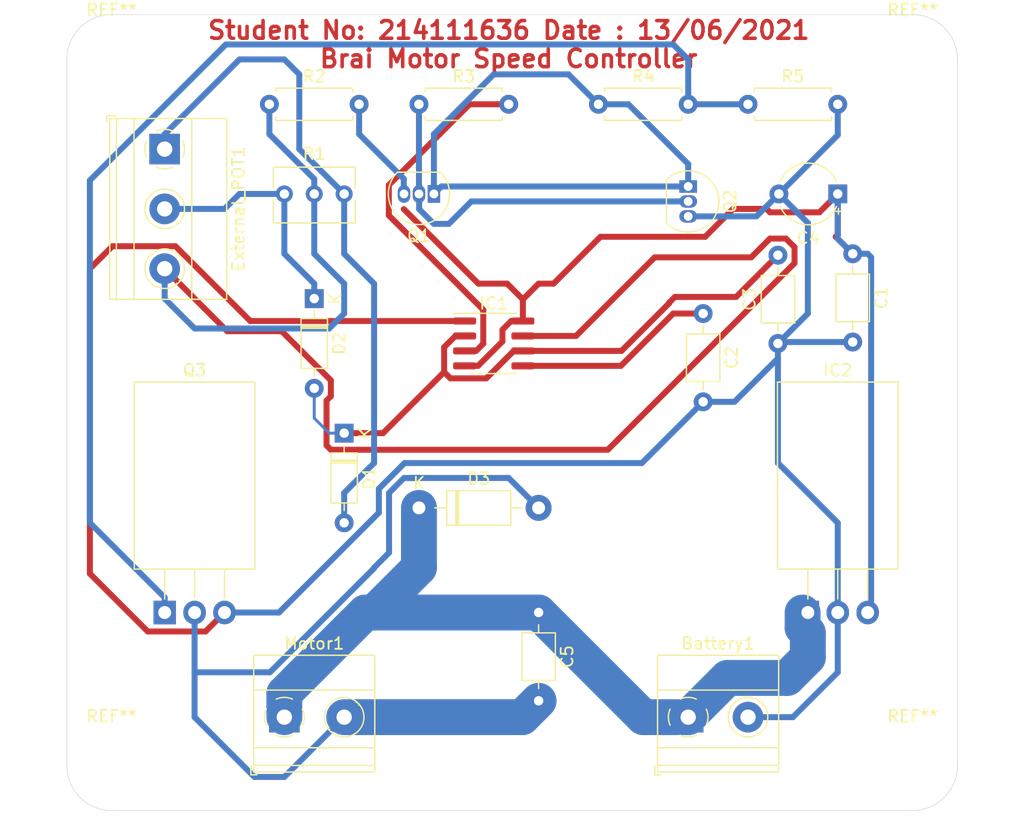
<source format=kicad_pcb>
(kicad_pcb (version 20171130) (host pcbnew "(5.1.8)-1")

  (general
    (thickness 1.5)
    (drawings 9)
    (tracks 199)
    (zones 0)
    (modules 25)
    (nets 14)
  )

  (page A4)
  (layers
    (0 F.Cu signal)
    (31 B.Cu signal)
    (32 B.Adhes user)
    (33 F.Adhes user)
    (34 B.Paste user)
    (35 F.Paste user)
    (36 B.SilkS user)
    (37 F.SilkS user)
    (38 B.Mask user)
    (39 F.Mask user)
    (40 Dwgs.User user)
    (41 Cmts.User user)
    (42 Eco1.User user)
    (43 Eco2.User user)
    (44 Edge.Cuts user)
    (45 Margin user)
    (46 B.CrtYd user)
    (47 F.CrtYd user)
    (48 B.Fab user)
    (49 F.Fab user)
  )

  (setup
    (last_trace_width 0.25)
    (user_trace_width 0.508)
    (user_trace_width 3.048)
    (trace_clearance 0.2)
    (zone_clearance 0.508)
    (zone_45_only no)
    (trace_min 0.2)
    (via_size 0.8)
    (via_drill 0.4)
    (via_min_size 0.4)
    (via_min_drill 0.3)
    (uvia_size 0.3)
    (uvia_drill 0.1)
    (uvias_allowed no)
    (uvia_min_size 0.2)
    (uvia_min_drill 0.1)
    (edge_width 0.05)
    (segment_width 0.2)
    (pcb_text_width 0.3)
    (pcb_text_size 1.5 1.5)
    (mod_edge_width 0.12)
    (mod_text_size 1 1)
    (mod_text_width 0.15)
    (pad_size 1.524 1.524)
    (pad_drill 0.762)
    (pad_to_mask_clearance 0)
    (aux_axis_origin 0 0)
    (grid_origin 146.74 41.91)
    (visible_elements 7FFFFFFF)
    (pcbplotparams
      (layerselection 0x010f8_ffffffff)
      (usegerberextensions true)
      (usegerberattributes true)
      (usegerberadvancedattributes true)
      (creategerberjobfile true)
      (excludeedgelayer true)
      (linewidth 0.100000)
      (plotframeref false)
      (viasonmask false)
      (mode 1)
      (useauxorigin false)
      (hpglpennumber 1)
      (hpglpenspeed 20)
      (hpglpendiameter 15.000000)
      (psnegative false)
      (psa4output false)
      (plotreference true)
      (plotvalue false)
      (plotinvisibletext false)
      (padsonsilk false)
      (subtractmaskfromsilk false)
      (outputformat 1)
      (mirror false)
      (drillshape 0)
      (scaleselection 1)
      (outputdirectory "Gerber_file/"))
  )

  (net 0 "")
  (net 1 0)
  (net 2 "Net-(C2-Pad1)")
  (net 3 +9V)
  (net 4 "Net-(D1-Pad2)")
  (net 5 "Net-(D2-Pad1)")
  (net 6 "Net-(IC1-Pad3)")
  (net 7 "Net-(Q1-Pad2)")
  (net 8 "Net-(Q1-Pad1)")
  (net 9 "Net-(Q3-Pad1)")
  (net 10 "Net-(Battery1-Pad1)")
  (net 11 "Net-(External_POT1-Pad3)")
  (net 12 "Net-(C3-Pad2)")
  (net 13 "Net-(C5-Pad2)")

  (net_class Default "This is the default net class."
    (clearance 0.2)
    (trace_width 0.25)
    (via_dia 0.8)
    (via_drill 0.4)
    (uvia_dia 0.3)
    (uvia_drill 0.1)
    (add_net "Net-(C3-Pad2)")
  )

  (net_class General_Netlist ""
    (clearance 0.3556)
    (trace_width 3.048)
    (via_dia 0.8)
    (via_drill 0.4)
    (uvia_dia 0.3)
    (uvia_drill 0.1)
    (add_net +9V)
    (add_net 0)
    (add_net "Net-(Battery1-Pad1)")
    (add_net "Net-(C5-Pad2)")
  )

  (net_class IC_Netlist ""
    (clearance 0.3556)
    (trace_width 0.508)
    (via_dia 0.8)
    (via_drill 0.4)
    (uvia_dia 0.3)
    (uvia_drill 0.1)
    (add_net "Net-(C2-Pad1)")
    (add_net "Net-(D1-Pad2)")
    (add_net "Net-(D2-Pad1)")
    (add_net "Net-(External_POT1-Pad3)")
    (add_net "Net-(IC1-Pad3)")
    (add_net "Net-(Q1-Pad1)")
    (add_net "Net-(Q1-Pad2)")
    (add_net "Net-(Q3-Pad1)")
  )

  (module Package_TO_SOT_THT:TO-220-3_Horizontal_TabDown (layer F.Cu) (tedit 5AC8BA0D) (tstamp 60C04DAF)
    (at 83.24 88.9)
    (descr "TO-220-3, Horizontal, RM 2.54mm, see https://www.vishay.com/docs/66542/to-220-1.pdf")
    (tags "TO-220-3 Horizontal RM 2.54mm")
    (path /60BE5A72)
    (fp_text reference Q3 (at 2.54 -20.58) (layer F.SilkS)
      (effects (font (size 1 1) (thickness 0.15)))
    )
    (fp_text value IRLZ44N (at 2.54 2) (layer F.Fab)
      (effects (font (size 1 1) (thickness 0.15)))
    )
    (fp_circle (center 2.54 -16.66) (end 4.39 -16.66) (layer F.Fab) (width 0.1))
    (fp_line (start -2.46 -13.06) (end -2.46 -19.46) (layer F.Fab) (width 0.1))
    (fp_line (start -2.46 -19.46) (end 7.54 -19.46) (layer F.Fab) (width 0.1))
    (fp_line (start 7.54 -19.46) (end 7.54 -13.06) (layer F.Fab) (width 0.1))
    (fp_line (start 7.54 -13.06) (end -2.46 -13.06) (layer F.Fab) (width 0.1))
    (fp_line (start -2.46 -3.81) (end -2.46 -13.06) (layer F.Fab) (width 0.1))
    (fp_line (start -2.46 -13.06) (end 7.54 -13.06) (layer F.Fab) (width 0.1))
    (fp_line (start 7.54 -13.06) (end 7.54 -3.81) (layer F.Fab) (width 0.1))
    (fp_line (start 7.54 -3.81) (end -2.46 -3.81) (layer F.Fab) (width 0.1))
    (fp_line (start 0 -3.81) (end 0 0) (layer F.Fab) (width 0.1))
    (fp_line (start 2.54 -3.81) (end 2.54 0) (layer F.Fab) (width 0.1))
    (fp_line (start 5.08 -3.81) (end 5.08 0) (layer F.Fab) (width 0.1))
    (fp_line (start -2.58 -3.69) (end 7.66 -3.69) (layer F.SilkS) (width 0.12))
    (fp_line (start -2.58 -19.58) (end 7.66 -19.58) (layer F.SilkS) (width 0.12))
    (fp_line (start -2.58 -19.58) (end -2.58 -3.69) (layer F.SilkS) (width 0.12))
    (fp_line (start 7.66 -19.58) (end 7.66 -3.69) (layer F.SilkS) (width 0.12))
    (fp_line (start 0 -3.69) (end 0 -1.15) (layer F.SilkS) (width 0.12))
    (fp_line (start 2.54 -3.69) (end 2.54 -1.15) (layer F.SilkS) (width 0.12))
    (fp_line (start 5.08 -3.69) (end 5.08 -1.15) (layer F.SilkS) (width 0.12))
    (fp_line (start -2.71 -19.71) (end -2.71 1.25) (layer F.CrtYd) (width 0.05))
    (fp_line (start -2.71 1.25) (end 7.79 1.25) (layer F.CrtYd) (width 0.05))
    (fp_line (start 7.79 1.25) (end 7.79 -19.71) (layer F.CrtYd) (width 0.05))
    (fp_line (start 7.79 -19.71) (end -2.71 -19.71) (layer F.CrtYd) (width 0.05))
    (fp_text user %R (at 2.54 -20.58) (layer F.Fab)
      (effects (font (size 1 1) (thickness 0.15)))
    )
    (pad 3 thru_hole oval (at 5.08 0) (size 1.905 2) (drill 1.1) (layers *.Cu *.Mask)
      (net 1 0))
    (pad 2 thru_hole oval (at 2.54 0) (size 1.905 2) (drill 1.1) (layers *.Cu *.Mask)
      (net 13 "Net-(C5-Pad2)"))
    (pad 1 thru_hole rect (at 0 0) (size 1.905 2) (drill 1.1) (layers *.Cu *.Mask)
      (net 9 "Net-(Q3-Pad1)"))
    (pad "" np_thru_hole oval (at 2.54 -16.66) (size 3.5 3.5) (drill 3.5) (layers *.Cu *.Mask))
    (model ${KISYS3DMOD}/Package_TO_SOT_THT.3dshapes/TO-220-3_Horizontal_TabDown.wrl
      (at (xyz 0 0 0))
      (scale (xyz 1 1 1))
      (rotate (xyz 0 0 0))
    )
  )

  (module Package_TO_SOT_THT:TO-220-3_Horizontal_TabDown (layer F.Cu) (tedit 5AC8BA0D) (tstamp 60C04D31)
    (at 137.85 88.9)
    (descr "TO-220-3, Horizontal, RM 2.54mm, see https://www.vishay.com/docs/66542/to-220-1.pdf")
    (tags "TO-220-3 Horizontal RM 2.54mm")
    (path /60BE4148)
    (fp_text reference IC2 (at 2.54 -20.58) (layer F.SilkS)
      (effects (font (size 1 1) (thickness 0.15)))
    )
    (fp_text value L7809 (at 2.54 2) (layer F.Fab)
      (effects (font (size 1 1) (thickness 0.15)))
    )
    (fp_circle (center 2.54 -16.66) (end 4.39 -16.66) (layer F.Fab) (width 0.1))
    (fp_line (start -2.46 -13.06) (end -2.46 -19.46) (layer F.Fab) (width 0.1))
    (fp_line (start -2.46 -19.46) (end 7.54 -19.46) (layer F.Fab) (width 0.1))
    (fp_line (start 7.54 -19.46) (end 7.54 -13.06) (layer F.Fab) (width 0.1))
    (fp_line (start 7.54 -13.06) (end -2.46 -13.06) (layer F.Fab) (width 0.1))
    (fp_line (start -2.46 -3.81) (end -2.46 -13.06) (layer F.Fab) (width 0.1))
    (fp_line (start -2.46 -13.06) (end 7.54 -13.06) (layer F.Fab) (width 0.1))
    (fp_line (start 7.54 -13.06) (end 7.54 -3.81) (layer F.Fab) (width 0.1))
    (fp_line (start 7.54 -3.81) (end -2.46 -3.81) (layer F.Fab) (width 0.1))
    (fp_line (start 0 -3.81) (end 0 0) (layer F.Fab) (width 0.1))
    (fp_line (start 2.54 -3.81) (end 2.54 0) (layer F.Fab) (width 0.1))
    (fp_line (start 5.08 -3.81) (end 5.08 0) (layer F.Fab) (width 0.1))
    (fp_line (start -2.58 -3.69) (end 7.66 -3.69) (layer F.SilkS) (width 0.12))
    (fp_line (start -2.58 -19.58) (end 7.66 -19.58) (layer F.SilkS) (width 0.12))
    (fp_line (start -2.58 -19.58) (end -2.58 -3.69) (layer F.SilkS) (width 0.12))
    (fp_line (start 7.66 -19.58) (end 7.66 -3.69) (layer F.SilkS) (width 0.12))
    (fp_line (start 0 -3.69) (end 0 -1.15) (layer F.SilkS) (width 0.12))
    (fp_line (start 2.54 -3.69) (end 2.54 -1.15) (layer F.SilkS) (width 0.12))
    (fp_line (start 5.08 -3.69) (end 5.08 -1.15) (layer F.SilkS) (width 0.12))
    (fp_line (start -2.71 -19.71) (end -2.71 1.25) (layer F.CrtYd) (width 0.05))
    (fp_line (start -2.71 1.25) (end 7.79 1.25) (layer F.CrtYd) (width 0.05))
    (fp_line (start 7.79 1.25) (end 7.79 -19.71) (layer F.CrtYd) (width 0.05))
    (fp_line (start 7.79 -19.71) (end -2.71 -19.71) (layer F.CrtYd) (width 0.05))
    (fp_text user %R (at 2.54 -20.58) (layer F.Fab)
      (effects (font (size 1 1) (thickness 0.15)))
    )
    (pad 3 thru_hole oval (at 5.08 0) (size 1.905 2) (drill 1.1) (layers *.Cu *.Mask)
      (net 3 +9V))
    (pad 2 thru_hole oval (at 2.54 0) (size 1.905 2) (drill 1.1) (layers *.Cu *.Mask)
      (net 1 0))
    (pad 1 thru_hole rect (at 0 0) (size 1.905 2) (drill 1.1) (layers *.Cu *.Mask)
      (net 10 "Net-(Battery1-Pad1)"))
    (pad "" np_thru_hole oval (at 2.54 -16.66) (size 3.5 3.5) (drill 3.5) (layers *.Cu *.Mask))
    (model ${KISYS3DMOD}/Package_TO_SOT_THT.3dshapes/TO-220-3_Horizontal_TabDown.wrl
      (at (xyz 0 0 0))
      (scale (xyz 1 1 1))
      (rotate (xyz 0 0 0))
    )
  )

  (module MountingHole:MountingHole_3.2mm_M3 locked (layer F.Cu) (tedit 56D1B4CB) (tstamp 60C0461A)
    (at 146.74 101.91)
    (descr "Mounting Hole 3.2mm, no annular, M3")
    (tags "mounting hole 3.2mm no annular m3")
    (attr virtual)
    (fp_text reference REF** (at 0 -4.2) (layer F.SilkS)
      (effects (font (size 1 1) (thickness 0.15)))
    )
    (fp_text value MountingHole_3.2mm_M3 (at 0 4.2) (layer F.Fab)
      (effects (font (size 1 1) (thickness 0.15)))
    )
    (fp_circle (center 0 0) (end 3.45 0) (layer F.CrtYd) (width 0.05))
    (fp_circle (center 0 0) (end 3.2 0) (layer Cmts.User) (width 0.15))
    (fp_text user %R (at 0.3 0) (layer F.Fab)
      (effects (font (size 1 1) (thickness 0.15)))
    )
    (pad 1 np_thru_hole circle (at 0 0) (size 3.2 3.2) (drill 3.2) (layers *.Cu *.Mask))
  )

  (module MountingHole:MountingHole_3.2mm_M3 (layer F.Cu) (tedit 56D1B4CB) (tstamp 60C045F6)
    (at 78.74 101.91)
    (descr "Mounting Hole 3.2mm, no annular, M3")
    (tags "mounting hole 3.2mm no annular m3")
    (attr virtual)
    (fp_text reference REF** (at 0 -4.2) (layer F.SilkS)
      (effects (font (size 1 1) (thickness 0.15)))
    )
    (fp_text value MountingHole_3.2mm_M3 (at 0 4.2) (layer F.Fab)
      (effects (font (size 1 1) (thickness 0.15)))
    )
    (fp_circle (center 0 0) (end 3.45 0) (layer F.CrtYd) (width 0.05))
    (fp_circle (center 0 0) (end 3.2 0) (layer Cmts.User) (width 0.15))
    (fp_text user %R (at 0.3 0) (layer F.Fab)
      (effects (font (size 1 1) (thickness 0.15)))
    )
    (pad 1 np_thru_hole circle (at 0 0) (size 3.2 3.2) (drill 3.2) (layers *.Cu *.Mask))
  )

  (module MountingHole:MountingHole_3.2mm_M3 (layer F.Cu) (tedit 56D1B4CB) (tstamp 60C045D2)
    (at 146.74 41.91)
    (descr "Mounting Hole 3.2mm, no annular, M3")
    (tags "mounting hole 3.2mm no annular m3")
    (attr virtual)
    (fp_text reference REF** (at 0 -4.2) (layer F.SilkS)
      (effects (font (size 1 1) (thickness 0.15)))
    )
    (fp_text value MountingHole_3.2mm_M3 (at 0 4.2) (layer F.Fab)
      (effects (font (size 1 1) (thickness 0.15)))
    )
    (fp_circle (center 0 0) (end 3.45 0) (layer F.CrtYd) (width 0.05))
    (fp_circle (center 0 0) (end 3.2 0) (layer Cmts.User) (width 0.15))
    (fp_text user %R (at 0.3 0) (layer F.Fab)
      (effects (font (size 1 1) (thickness 0.15)))
    )
    (pad 1 np_thru_hole circle (at 0 0) (size 3.2 3.2) (drill 3.2) (layers *.Cu *.Mask))
  )

  (module MountingHole:MountingHole_3.2mm_M3 (layer F.Cu) (tedit 56D1B4CB) (tstamp 60C045AE)
    (at 78.74 41.91)
    (descr "Mounting Hole 3.2mm, no annular, M3")
    (tags "mounting hole 3.2mm no annular m3")
    (attr virtual)
    (fp_text reference REF** (at 0 -4.2) (layer F.SilkS)
      (effects (font (size 1 1) (thickness 0.15)))
    )
    (fp_text value MountingHole_3.2mm_M3 (at 0 4.2) (layer F.Fab)
      (effects (font (size 1 1) (thickness 0.15)))
    )
    (fp_circle (center 0 0) (end 3.45 0) (layer F.CrtYd) (width 0.05))
    (fp_circle (center 0 0) (end 3.2 0) (layer Cmts.User) (width 0.15))
    (fp_text user %R (at 0.3 0) (layer F.Fab)
      (effects (font (size 1 1) (thickness 0.15)))
    )
    (pad 1 np_thru_hole circle (at 0 0) (size 3.2 3.2) (drill 3.2) (layers *.Cu *.Mask))
  )

  (module Capacitor_THT:C_Axial_L3.8mm_D2.6mm_P7.50mm_Horizontal (layer F.Cu) (tedit 5AE50EF0) (tstamp 60C0214E)
    (at 135.31 66.04 90)
    (descr "C, Axial series, Axial, Horizontal, pin pitch=7.5mm, , length*diameter=3.8*2.6mm^2, http://www.vishay.com/docs/45231/arseries.pdf")
    (tags "C Axial series Axial Horizontal pin pitch 7.5mm  length 3.8mm diameter 2.6mm")
    (path /60BDFC5E)
    (fp_text reference C3 (at 3.75 -2.42 90) (layer F.SilkS)
      (effects (font (size 1 1) (thickness 0.15)))
    )
    (fp_text value 100n (at 3.75 2.42 90) (layer F.Fab)
      (effects (font (size 1 1) (thickness 0.15)))
    )
    (fp_line (start 1.85 -1.3) (end 1.85 1.3) (layer F.Fab) (width 0.1))
    (fp_line (start 1.85 1.3) (end 5.65 1.3) (layer F.Fab) (width 0.1))
    (fp_line (start 5.65 1.3) (end 5.65 -1.3) (layer F.Fab) (width 0.1))
    (fp_line (start 5.65 -1.3) (end 1.85 -1.3) (layer F.Fab) (width 0.1))
    (fp_line (start 0 0) (end 1.85 0) (layer F.Fab) (width 0.1))
    (fp_line (start 7.5 0) (end 5.65 0) (layer F.Fab) (width 0.1))
    (fp_line (start 1.73 -1.42) (end 1.73 1.42) (layer F.SilkS) (width 0.12))
    (fp_line (start 1.73 1.42) (end 5.77 1.42) (layer F.SilkS) (width 0.12))
    (fp_line (start 5.77 1.42) (end 5.77 -1.42) (layer F.SilkS) (width 0.12))
    (fp_line (start 5.77 -1.42) (end 1.73 -1.42) (layer F.SilkS) (width 0.12))
    (fp_line (start 1.04 0) (end 1.73 0) (layer F.SilkS) (width 0.12))
    (fp_line (start 6.46 0) (end 5.77 0) (layer F.SilkS) (width 0.12))
    (fp_line (start -1.05 -1.55) (end -1.05 1.55) (layer F.CrtYd) (width 0.05))
    (fp_line (start -1.05 1.55) (end 8.55 1.55) (layer F.CrtYd) (width 0.05))
    (fp_line (start 8.55 1.55) (end 8.55 -1.55) (layer F.CrtYd) (width 0.05))
    (fp_line (start 8.55 -1.55) (end -1.05 -1.55) (layer F.CrtYd) (width 0.05))
    (fp_text user %R (at 3.75 0 90) (layer F.Fab)
      (effects (font (size 0.76 0.76) (thickness 0.114)))
    )
    (pad 1 thru_hole circle (at 0 0 90) (size 1.6 1.6) (drill 0.8) (layers *.Cu *.Mask)
      (net 1 0))
    (pad 2 thru_hole oval (at 7.5 0 90) (size 1.6 1.6) (drill 0.8) (layers *.Cu *.Mask)
      (net 12 "Net-(C3-Pad2)"))
    (model ${KISYS3DMOD}/Capacitor_THT.3dshapes/C_Axial_L3.8mm_D2.6mm_P7.50mm_Horizontal.wrl
      (at (xyz 0 0 0))
      (scale (xyz 1 1 1))
      (rotate (xyz 0 0 0))
    )
  )

  (module Capacitor_THT:C_Axial_L3.8mm_D2.6mm_P7.50mm_Horizontal (layer F.Cu) (tedit 5AE50EF0) (tstamp 60C0120C)
    (at 128.96 63.5 270)
    (descr "C, Axial series, Axial, Horizontal, pin pitch=7.5mm, , length*diameter=3.8*2.6mm^2, http://www.vishay.com/docs/45231/arseries.pdf")
    (tags "C Axial series Axial Horizontal pin pitch 7.5mm  length 3.8mm diameter 2.6mm")
    (path /60BE06D3)
    (fp_text reference C2 (at 3.75 -2.42 90) (layer F.SilkS)
      (effects (font (size 1 1) (thickness 0.15)))
    )
    (fp_text value 100n (at 3.75 2.42 90) (layer F.Fab)
      (effects (font (size 1 1) (thickness 0.15)))
    )
    (fp_line (start 1.85 -1.3) (end 1.85 1.3) (layer F.Fab) (width 0.1))
    (fp_line (start 1.85 1.3) (end 5.65 1.3) (layer F.Fab) (width 0.1))
    (fp_line (start 5.65 1.3) (end 5.65 -1.3) (layer F.Fab) (width 0.1))
    (fp_line (start 5.65 -1.3) (end 1.85 -1.3) (layer F.Fab) (width 0.1))
    (fp_line (start 0 0) (end 1.85 0) (layer F.Fab) (width 0.1))
    (fp_line (start 7.5 0) (end 5.65 0) (layer F.Fab) (width 0.1))
    (fp_line (start 1.73 -1.42) (end 1.73 1.42) (layer F.SilkS) (width 0.12))
    (fp_line (start 1.73 1.42) (end 5.77 1.42) (layer F.SilkS) (width 0.12))
    (fp_line (start 5.77 1.42) (end 5.77 -1.42) (layer F.SilkS) (width 0.12))
    (fp_line (start 5.77 -1.42) (end 1.73 -1.42) (layer F.SilkS) (width 0.12))
    (fp_line (start 1.04 0) (end 1.73 0) (layer F.SilkS) (width 0.12))
    (fp_line (start 6.46 0) (end 5.77 0) (layer F.SilkS) (width 0.12))
    (fp_line (start -1.05 -1.55) (end -1.05 1.55) (layer F.CrtYd) (width 0.05))
    (fp_line (start -1.05 1.55) (end 8.55 1.55) (layer F.CrtYd) (width 0.05))
    (fp_line (start 8.55 1.55) (end 8.55 -1.55) (layer F.CrtYd) (width 0.05))
    (fp_line (start 8.55 -1.55) (end -1.05 -1.55) (layer F.CrtYd) (width 0.05))
    (fp_text user %R (at 3.75 0 90) (layer F.Fab)
      (effects (font (size 0.76 0.76) (thickness 0.114)))
    )
    (pad 1 thru_hole circle (at 0 0 270) (size 1.6 1.6) (drill 0.8) (layers *.Cu *.Mask)
      (net 2 "Net-(C2-Pad1)"))
    (pad 2 thru_hole oval (at 7.5 0 270) (size 1.6 1.6) (drill 0.8) (layers *.Cu *.Mask)
      (net 1 0))
    (model ${KISYS3DMOD}/Capacitor_THT.3dshapes/C_Axial_L3.8mm_D2.6mm_P7.50mm_Horizontal.wrl
      (at (xyz 0 0 0))
      (scale (xyz 1 1 1))
      (rotate (xyz 0 0 0))
    )
  )

  (module Capacitor_THT:C_Axial_L3.8mm_D2.6mm_P7.50mm_Horizontal (layer F.Cu) (tedit 5AE50EF0) (tstamp 60BFF599)
    (at 141.66 58.42 270)
    (descr "C, Axial series, Axial, Horizontal, pin pitch=7.5mm, , length*diameter=3.8*2.6mm^2, http://www.vishay.com/docs/45231/arseries.pdf")
    (tags "C Axial series Axial Horizontal pin pitch 7.5mm  length 3.8mm diameter 2.6mm")
    (path /60BE022A)
    (fp_text reference C1 (at 3.75 -2.42 90) (layer F.SilkS)
      (effects (font (size 1 1) (thickness 0.15)))
    )
    (fp_text value 100n (at 3.75 2.42 90) (layer F.Fab)
      (effects (font (size 1 1) (thickness 0.15)))
    )
    (fp_line (start 8.55 -1.55) (end -1.05 -1.55) (layer F.CrtYd) (width 0.05))
    (fp_line (start 8.55 1.55) (end 8.55 -1.55) (layer F.CrtYd) (width 0.05))
    (fp_line (start -1.05 1.55) (end 8.55 1.55) (layer F.CrtYd) (width 0.05))
    (fp_line (start -1.05 -1.55) (end -1.05 1.55) (layer F.CrtYd) (width 0.05))
    (fp_line (start 6.46 0) (end 5.77 0) (layer F.SilkS) (width 0.12))
    (fp_line (start 1.04 0) (end 1.73 0) (layer F.SilkS) (width 0.12))
    (fp_line (start 5.77 -1.42) (end 1.73 -1.42) (layer F.SilkS) (width 0.12))
    (fp_line (start 5.77 1.42) (end 5.77 -1.42) (layer F.SilkS) (width 0.12))
    (fp_line (start 1.73 1.42) (end 5.77 1.42) (layer F.SilkS) (width 0.12))
    (fp_line (start 1.73 -1.42) (end 1.73 1.42) (layer F.SilkS) (width 0.12))
    (fp_line (start 7.5 0) (end 5.65 0) (layer F.Fab) (width 0.1))
    (fp_line (start 0 0) (end 1.85 0) (layer F.Fab) (width 0.1))
    (fp_line (start 5.65 -1.3) (end 1.85 -1.3) (layer F.Fab) (width 0.1))
    (fp_line (start 5.65 1.3) (end 5.65 -1.3) (layer F.Fab) (width 0.1))
    (fp_line (start 1.85 1.3) (end 5.65 1.3) (layer F.Fab) (width 0.1))
    (fp_line (start 1.85 -1.3) (end 1.85 1.3) (layer F.Fab) (width 0.1))
    (fp_text user %R (at 3.75 0 90) (layer F.Fab)
      (effects (font (size 0.76 0.76) (thickness 0.114)))
    )
    (pad 2 thru_hole oval (at 7.5 0 270) (size 1.6 1.6) (drill 0.8) (layers *.Cu *.Mask)
      (net 1 0))
    (pad 1 thru_hole circle (at 0 0 270) (size 1.6 1.6) (drill 0.8) (layers *.Cu *.Mask)
      (net 3 +9V))
    (model ${KISYS3DMOD}/Capacitor_THT.3dshapes/C_Axial_L3.8mm_D2.6mm_P7.50mm_Horizontal.wrl
      (at (xyz 0 0 0))
      (scale (xyz 1 1 1))
      (rotate (xyz 0 0 0))
    )
  )

  (module Capacitor_THT:C_Axial_L3.8mm_D2.6mm_P7.50mm_Horizontal (layer F.Cu) (tedit 5AE50EF0) (tstamp 60BFF609)
    (at 114.99 88.9 270)
    (descr "C, Axial series, Axial, Horizontal, pin pitch=7.5mm, , length*diameter=3.8*2.6mm^2, http://www.vishay.com/docs/45231/arseries.pdf")
    (tags "C Axial series Axial Horizontal pin pitch 7.5mm  length 3.8mm diameter 2.6mm")
    (path /60BE0A90)
    (fp_text reference C5 (at 3.75 -2.42 90) (layer F.SilkS)
      (effects (font (size 1 1) (thickness 0.15)))
    )
    (fp_text value 100n (at 3.75 2.42 90) (layer F.Fab)
      (effects (font (size 1 1) (thickness 0.15)))
    )
    (fp_line (start 8.55 -1.55) (end -1.05 -1.55) (layer F.CrtYd) (width 0.05))
    (fp_line (start 8.55 1.55) (end 8.55 -1.55) (layer F.CrtYd) (width 0.05))
    (fp_line (start -1.05 1.55) (end 8.55 1.55) (layer F.CrtYd) (width 0.05))
    (fp_line (start -1.05 -1.55) (end -1.05 1.55) (layer F.CrtYd) (width 0.05))
    (fp_line (start 6.46 0) (end 5.77 0) (layer F.SilkS) (width 0.12))
    (fp_line (start 1.04 0) (end 1.73 0) (layer F.SilkS) (width 0.12))
    (fp_line (start 5.77 -1.42) (end 1.73 -1.42) (layer F.SilkS) (width 0.12))
    (fp_line (start 5.77 1.42) (end 5.77 -1.42) (layer F.SilkS) (width 0.12))
    (fp_line (start 1.73 1.42) (end 5.77 1.42) (layer F.SilkS) (width 0.12))
    (fp_line (start 1.73 -1.42) (end 1.73 1.42) (layer F.SilkS) (width 0.12))
    (fp_line (start 7.5 0) (end 5.65 0) (layer F.Fab) (width 0.1))
    (fp_line (start 0 0) (end 1.85 0) (layer F.Fab) (width 0.1))
    (fp_line (start 5.65 -1.3) (end 1.85 -1.3) (layer F.Fab) (width 0.1))
    (fp_line (start 5.65 1.3) (end 5.65 -1.3) (layer F.Fab) (width 0.1))
    (fp_line (start 1.85 1.3) (end 5.65 1.3) (layer F.Fab) (width 0.1))
    (fp_line (start 1.85 -1.3) (end 1.85 1.3) (layer F.Fab) (width 0.1))
    (fp_text user %R (at 3.75 0 90) (layer F.Fab)
      (effects (font (size 0.76 0.76) (thickness 0.114)))
    )
    (pad 2 thru_hole oval (at 7.5 0 270) (size 1.6 1.6) (drill 0.8) (layers *.Cu *.Mask)
      (net 13 "Net-(C5-Pad2)"))
    (pad 1 thru_hole circle (at 0 0 270) (size 1.6 1.6) (drill 0.8) (layers *.Cu *.Mask)
      (net 10 "Net-(Battery1-Pad1)"))
    (model ${KISYS3DMOD}/Capacitor_THT.3dshapes/C_Axial_L3.8mm_D2.6mm_P7.50mm_Horizontal.wrl
      (at (xyz 0 0 0))
      (scale (xyz 1 1 1))
      (rotate (xyz 0 0 0))
    )
  )

  (module Capacitor_THT:CP_Radial_Tantal_D5.0mm_P5.00mm (layer F.Cu) (tedit 5AE50EF0) (tstamp 60C04CA9)
    (at 140.39 53.34 180)
    (descr "CP, Radial_Tantal series, Radial, pin pitch=5.00mm, , diameter=5.0mm, Tantal Electrolytic Capacitor, http://cdn-reichelt.de/documents/datenblatt/B300/TANTAL-TB-Serie%23.pdf")
    (tags "CP Radial_Tantal series Radial pin pitch 5.00mm  diameter 5.0mm Tantal Electrolytic Capacitor")
    (path /60BE1014)
    (fp_text reference C4 (at 2.5 -3.75) (layer F.SilkS)
      (effects (font (size 1 1) (thickness 0.15)))
    )
    (fp_text value "10uf / 35V" (at 2.5 3.75) (layer F.Fab)
      (effects (font (size 1 1) (thickness 0.15)))
    )
    (fp_circle (center 2.5 0) (end 5 0) (layer F.Fab) (width 0.1))
    (fp_circle (center 2.5 0) (end 6.22 0) (layer F.CrtYd) (width 0.05))
    (fp_line (start 0.366395 -1.0875) (end 0.866395 -1.0875) (layer F.Fab) (width 0.1))
    (fp_line (start 0.616395 -1.3375) (end 0.616395 -0.8375) (layer F.Fab) (width 0.1))
    (fp_line (start -0.304775 -1.475) (end 0.195225 -1.475) (layer F.SilkS) (width 0.12))
    (fp_line (start -0.054775 -1.725) (end -0.054775 -1.225) (layer F.SilkS) (width 0.12))
    (fp_arc (start 2.5 0) (end 0.104003 -1.06) (angle 132.27036) (layer F.SilkS) (width 0.12))
    (fp_arc (start 2.5 0) (end 0.104003 1.06) (angle -132.27036) (layer F.SilkS) (width 0.12))
    (fp_text user %R (at 2.5 0) (layer F.Fab)
      (effects (font (size 1 1) (thickness 0.15)))
    )
    (pad 1 thru_hole rect (at 0 0 180) (size 1.6 1.6) (drill 0.8) (layers *.Cu *.Mask)
      (net 3 +9V))
    (pad 2 thru_hole circle (at 5 0 180) (size 1.6 1.6) (drill 0.8) (layers *.Cu *.Mask)
      (net 1 0))
    (model ${KISYS3DMOD}/Capacitor_THT.3dshapes/CP_Radial_Tantal_D5.0mm_P5.00mm.wrl
      (at (xyz 0 0 0))
      (scale (xyz 1 1 1))
      (rotate (xyz 0 0 0))
    )
  )

  (module Diode_THT:D_DO-35_SOD27_P7.62mm_Horizontal (layer F.Cu) (tedit 5AE50CD5) (tstamp 60C04CC8)
    (at 98.48 73.66 270)
    (descr "Diode, DO-35_SOD27 series, Axial, Horizontal, pin pitch=7.62mm, , length*diameter=4*2mm^2, , http://www.diodes.com/_files/packages/DO-35.pdf")
    (tags "Diode DO-35_SOD27 series Axial Horizontal pin pitch 7.62mm  length 4mm diameter 2mm")
    (path /60BE155B)
    (fp_text reference D1 (at 3.81 -2.12 90) (layer F.SilkS)
      (effects (font (size 1 1) (thickness 0.15)))
    )
    (fp_text value 1N4148 (at 3.81 2.12 90) (layer F.Fab)
      (effects (font (size 1 1) (thickness 0.15)))
    )
    (fp_line (start 8.67 -1.25) (end -1.05 -1.25) (layer F.CrtYd) (width 0.05))
    (fp_line (start 8.67 1.25) (end 8.67 -1.25) (layer F.CrtYd) (width 0.05))
    (fp_line (start -1.05 1.25) (end 8.67 1.25) (layer F.CrtYd) (width 0.05))
    (fp_line (start -1.05 -1.25) (end -1.05 1.25) (layer F.CrtYd) (width 0.05))
    (fp_line (start 2.29 -1.12) (end 2.29 1.12) (layer F.SilkS) (width 0.12))
    (fp_line (start 2.53 -1.12) (end 2.53 1.12) (layer F.SilkS) (width 0.12))
    (fp_line (start 2.41 -1.12) (end 2.41 1.12) (layer F.SilkS) (width 0.12))
    (fp_line (start 6.58 0) (end 5.93 0) (layer F.SilkS) (width 0.12))
    (fp_line (start 1.04 0) (end 1.69 0) (layer F.SilkS) (width 0.12))
    (fp_line (start 5.93 -1.12) (end 1.69 -1.12) (layer F.SilkS) (width 0.12))
    (fp_line (start 5.93 1.12) (end 5.93 -1.12) (layer F.SilkS) (width 0.12))
    (fp_line (start 1.69 1.12) (end 5.93 1.12) (layer F.SilkS) (width 0.12))
    (fp_line (start 1.69 -1.12) (end 1.69 1.12) (layer F.SilkS) (width 0.12))
    (fp_line (start 2.31 -1) (end 2.31 1) (layer F.Fab) (width 0.1))
    (fp_line (start 2.51 -1) (end 2.51 1) (layer F.Fab) (width 0.1))
    (fp_line (start 2.41 -1) (end 2.41 1) (layer F.Fab) (width 0.1))
    (fp_line (start 7.62 0) (end 5.81 0) (layer F.Fab) (width 0.1))
    (fp_line (start 0 0) (end 1.81 0) (layer F.Fab) (width 0.1))
    (fp_line (start 5.81 -1) (end 1.81 -1) (layer F.Fab) (width 0.1))
    (fp_line (start 5.81 1) (end 5.81 -1) (layer F.Fab) (width 0.1))
    (fp_line (start 1.81 1) (end 5.81 1) (layer F.Fab) (width 0.1))
    (fp_line (start 1.81 -1) (end 1.81 1) (layer F.Fab) (width 0.1))
    (fp_text user K (at 0 -1.8 90) (layer F.SilkS)
      (effects (font (size 1 1) (thickness 0.15)))
    )
    (fp_text user K (at 0 -1.8 90) (layer F.Fab)
      (effects (font (size 1 1) (thickness 0.15)))
    )
    (fp_text user %R (at 4.11 0 90) (layer F.Fab)
      (effects (font (size 0.8 0.8) (thickness 0.12)))
    )
    (pad 2 thru_hole oval (at 7.62 0 270) (size 1.6 1.6) (drill 0.8) (layers *.Cu *.Mask)
      (net 4 "Net-(D1-Pad2)"))
    (pad 1 thru_hole rect (at 0 0 270) (size 1.6 1.6) (drill 0.8) (layers *.Cu *.Mask)
      (net 12 "Net-(C3-Pad2)"))
    (model ${KISYS3DMOD}/Diode_THT.3dshapes/D_DO-35_SOD27_P7.62mm_Horizontal.wrl
      (at (xyz 0 0 0))
      (scale (xyz 1 1 1))
      (rotate (xyz 0 0 0))
    )
  )

  (module Diode_THT:D_DO-35_SOD27_P7.62mm_Horizontal (layer F.Cu) (tedit 5AE50CD5) (tstamp 60C04CE7)
    (at 95.94 62.23 270)
    (descr "Diode, DO-35_SOD27 series, Axial, Horizontal, pin pitch=7.62mm, , length*diameter=4*2mm^2, , http://www.diodes.com/_files/packages/DO-35.pdf")
    (tags "Diode DO-35_SOD27 series Axial Horizontal pin pitch 7.62mm  length 4mm diameter 2mm")
    (path /60BE1F78)
    (fp_text reference D2 (at 3.81 -2.12 90) (layer F.SilkS)
      (effects (font (size 1 1) (thickness 0.15)))
    )
    (fp_text value 1N4148 (at 3.81 2.12 90) (layer F.Fab)
      (effects (font (size 1 1) (thickness 0.15)))
    )
    (fp_line (start 1.81 -1) (end 1.81 1) (layer F.Fab) (width 0.1))
    (fp_line (start 1.81 1) (end 5.81 1) (layer F.Fab) (width 0.1))
    (fp_line (start 5.81 1) (end 5.81 -1) (layer F.Fab) (width 0.1))
    (fp_line (start 5.81 -1) (end 1.81 -1) (layer F.Fab) (width 0.1))
    (fp_line (start 0 0) (end 1.81 0) (layer F.Fab) (width 0.1))
    (fp_line (start 7.62 0) (end 5.81 0) (layer F.Fab) (width 0.1))
    (fp_line (start 2.41 -1) (end 2.41 1) (layer F.Fab) (width 0.1))
    (fp_line (start 2.51 -1) (end 2.51 1) (layer F.Fab) (width 0.1))
    (fp_line (start 2.31 -1) (end 2.31 1) (layer F.Fab) (width 0.1))
    (fp_line (start 1.69 -1.12) (end 1.69 1.12) (layer F.SilkS) (width 0.12))
    (fp_line (start 1.69 1.12) (end 5.93 1.12) (layer F.SilkS) (width 0.12))
    (fp_line (start 5.93 1.12) (end 5.93 -1.12) (layer F.SilkS) (width 0.12))
    (fp_line (start 5.93 -1.12) (end 1.69 -1.12) (layer F.SilkS) (width 0.12))
    (fp_line (start 1.04 0) (end 1.69 0) (layer F.SilkS) (width 0.12))
    (fp_line (start 6.58 0) (end 5.93 0) (layer F.SilkS) (width 0.12))
    (fp_line (start 2.41 -1.12) (end 2.41 1.12) (layer F.SilkS) (width 0.12))
    (fp_line (start 2.53 -1.12) (end 2.53 1.12) (layer F.SilkS) (width 0.12))
    (fp_line (start 2.29 -1.12) (end 2.29 1.12) (layer F.SilkS) (width 0.12))
    (fp_line (start -1.05 -1.25) (end -1.05 1.25) (layer F.CrtYd) (width 0.05))
    (fp_line (start -1.05 1.25) (end 8.67 1.25) (layer F.CrtYd) (width 0.05))
    (fp_line (start 8.67 1.25) (end 8.67 -1.25) (layer F.CrtYd) (width 0.05))
    (fp_line (start 8.67 -1.25) (end -1.05 -1.25) (layer F.CrtYd) (width 0.05))
    (fp_text user %R (at 4.11 0 90) (layer F.Fab)
      (effects (font (size 0.8 0.8) (thickness 0.12)))
    )
    (fp_text user K (at 0 -1.8 90) (layer F.Fab)
      (effects (font (size 1 1) (thickness 0.15)))
    )
    (fp_text user K (at 0 -1.8 90) (layer F.SilkS)
      (effects (font (size 1 1) (thickness 0.15)))
    )
    (pad 1 thru_hole rect (at 0 0 270) (size 1.6 1.6) (drill 0.8) (layers *.Cu *.Mask)
      (net 5 "Net-(D2-Pad1)"))
    (pad 2 thru_hole oval (at 7.62 0 270) (size 1.6 1.6) (drill 0.8) (layers *.Cu *.Mask)
      (net 12 "Net-(C3-Pad2)"))
    (model ${KISYS3DMOD}/Diode_THT.3dshapes/D_DO-35_SOD27_P7.62mm_Horizontal.wrl
      (at (xyz 0 0 0))
      (scale (xyz 1 1 1))
      (rotate (xyz 0 0 0))
    )
  )

  (module Diode_THT:D_DO-41_SOD81_P10.16mm_Horizontal (layer F.Cu) (tedit 5AE50CD5) (tstamp 60C04D06)
    (at 104.83 80.01)
    (descr "Diode, DO-41_SOD81 series, Axial, Horizontal, pin pitch=10.16mm, , length*diameter=5.2*2.7mm^2, , http://www.diodes.com/_files/packages/DO-41%20(Plastic).pdf")
    (tags "Diode DO-41_SOD81 series Axial Horizontal pin pitch 10.16mm  length 5.2mm diameter 2.7mm")
    (path /60BE2CEC)
    (fp_text reference D3 (at 5.08 -2.47) (layer F.SilkS)
      (effects (font (size 1 1) (thickness 0.15)))
    )
    (fp_text value 1N4004 (at 5.08 2.47) (layer F.Fab)
      (effects (font (size 1 1) (thickness 0.15)))
    )
    (fp_line (start 2.48 -1.35) (end 2.48 1.35) (layer F.Fab) (width 0.1))
    (fp_line (start 2.48 1.35) (end 7.68 1.35) (layer F.Fab) (width 0.1))
    (fp_line (start 7.68 1.35) (end 7.68 -1.35) (layer F.Fab) (width 0.1))
    (fp_line (start 7.68 -1.35) (end 2.48 -1.35) (layer F.Fab) (width 0.1))
    (fp_line (start 0 0) (end 2.48 0) (layer F.Fab) (width 0.1))
    (fp_line (start 10.16 0) (end 7.68 0) (layer F.Fab) (width 0.1))
    (fp_line (start 3.26 -1.35) (end 3.26 1.35) (layer F.Fab) (width 0.1))
    (fp_line (start 3.36 -1.35) (end 3.36 1.35) (layer F.Fab) (width 0.1))
    (fp_line (start 3.16 -1.35) (end 3.16 1.35) (layer F.Fab) (width 0.1))
    (fp_line (start 2.36 -1.47) (end 2.36 1.47) (layer F.SilkS) (width 0.12))
    (fp_line (start 2.36 1.47) (end 7.8 1.47) (layer F.SilkS) (width 0.12))
    (fp_line (start 7.8 1.47) (end 7.8 -1.47) (layer F.SilkS) (width 0.12))
    (fp_line (start 7.8 -1.47) (end 2.36 -1.47) (layer F.SilkS) (width 0.12))
    (fp_line (start 1.34 0) (end 2.36 0) (layer F.SilkS) (width 0.12))
    (fp_line (start 8.82 0) (end 7.8 0) (layer F.SilkS) (width 0.12))
    (fp_line (start 3.26 -1.47) (end 3.26 1.47) (layer F.SilkS) (width 0.12))
    (fp_line (start 3.38 -1.47) (end 3.38 1.47) (layer F.SilkS) (width 0.12))
    (fp_line (start 3.14 -1.47) (end 3.14 1.47) (layer F.SilkS) (width 0.12))
    (fp_line (start -1.35 -1.6) (end -1.35 1.6) (layer F.CrtYd) (width 0.05))
    (fp_line (start -1.35 1.6) (end 11.51 1.6) (layer F.CrtYd) (width 0.05))
    (fp_line (start 11.51 1.6) (end 11.51 -1.6) (layer F.CrtYd) (width 0.05))
    (fp_line (start 11.51 -1.6) (end -1.35 -1.6) (layer F.CrtYd) (width 0.05))
    (fp_text user %R (at 5.47 0) (layer F.Fab)
      (effects (font (size 1 1) (thickness 0.15)))
    )
    (fp_text user K (at 0 -2.1) (layer F.Fab)
      (effects (font (size 1 1) (thickness 0.15)))
    )
    (fp_text user K (at 0 -2.1) (layer F.SilkS)
      (effects (font (size 1 1) (thickness 0.15)))
    )
    (pad 1 thru_hole rect (at 0 0) (size 2.2 2.2) (drill 1.1) (layers *.Cu *.Mask)
      (net 10 "Net-(Battery1-Pad1)"))
    (pad 2 thru_hole oval (at 10.16 0) (size 2.2 2.2) (drill 1.1) (layers *.Cu *.Mask)
      (net 13 "Net-(C5-Pad2)"))
    (model ${KISYS3DMOD}/Diode_THT.3dshapes/D_DO-41_SOD81_P10.16mm_Horizontal.wrl
      (at (xyz 0 0 0))
      (scale (xyz 1 1 1))
      (rotate (xyz 0 0 0))
    )
  )

  (module Package_SO:SOIC-8_3.9x4.9mm_P1.27mm (layer F.Cu) (tedit 5D9F72B1) (tstamp 60C06191)
    (at 111.18 66.04)
    (descr "SOIC, 8 Pin (JEDEC MS-012AA, https://www.analog.com/media/en/package-pcb-resources/package/pkg_pdf/soic_narrow-r/r_8.pdf), generated with kicad-footprint-generator ipc_gullwing_generator.py")
    (tags "SOIC SO")
    (path /60BE379D)
    (attr smd)
    (fp_text reference IC1 (at 0 -3.4) (layer F.SilkS)
      (effects (font (size 1 1) (thickness 0.15)))
    )
    (fp_text value LM555N (at 0 3.4) (layer F.Fab)
      (effects (font (size 1 1) (thickness 0.15)))
    )
    (fp_line (start 0 2.56) (end 1.95 2.56) (layer F.SilkS) (width 0.12))
    (fp_line (start 0 2.56) (end -1.95 2.56) (layer F.SilkS) (width 0.12))
    (fp_line (start 0 -2.56) (end 1.95 -2.56) (layer F.SilkS) (width 0.12))
    (fp_line (start 0 -2.56) (end -3.45 -2.56) (layer F.SilkS) (width 0.12))
    (fp_line (start -0.975 -2.45) (end 1.95 -2.45) (layer F.Fab) (width 0.1))
    (fp_line (start 1.95 -2.45) (end 1.95 2.45) (layer F.Fab) (width 0.1))
    (fp_line (start 1.95 2.45) (end -1.95 2.45) (layer F.Fab) (width 0.1))
    (fp_line (start -1.95 2.45) (end -1.95 -1.475) (layer F.Fab) (width 0.1))
    (fp_line (start -1.95 -1.475) (end -0.975 -2.45) (layer F.Fab) (width 0.1))
    (fp_line (start -3.7 -2.7) (end -3.7 2.7) (layer F.CrtYd) (width 0.05))
    (fp_line (start -3.7 2.7) (end 3.7 2.7) (layer F.CrtYd) (width 0.05))
    (fp_line (start 3.7 2.7) (end 3.7 -2.7) (layer F.CrtYd) (width 0.05))
    (fp_line (start 3.7 -2.7) (end -3.7 -2.7) (layer F.CrtYd) (width 0.05))
    (fp_text user %R (at 0 0) (layer F.Fab)
      (effects (font (size 0.98 0.98) (thickness 0.15)))
    )
    (pad 1 smd roundrect (at -2.475 -1.905) (size 1.95 0.6) (layers F.Cu F.Paste F.Mask) (roundrect_rratio 0.25)
      (net 1 0))
    (pad 2 smd roundrect (at -2.475 -0.635) (size 1.95 0.6) (layers F.Cu F.Paste F.Mask) (roundrect_rratio 0.25)
      (net 12 "Net-(C3-Pad2)"))
    (pad 3 smd roundrect (at -2.475 0.635) (size 1.95 0.6) (layers F.Cu F.Paste F.Mask) (roundrect_rratio 0.25)
      (net 6 "Net-(IC1-Pad3)"))
    (pad 4 smd roundrect (at -2.475 1.905) (size 1.95 0.6) (layers F.Cu F.Paste F.Mask) (roundrect_rratio 0.25)
      (net 3 +9V))
    (pad 5 smd roundrect (at 2.475 1.905) (size 1.95 0.6) (layers F.Cu F.Paste F.Mask) (roundrect_rratio 0.25)
      (net 2 "Net-(C2-Pad1)"))
    (pad 6 smd roundrect (at 2.475 0.635) (size 1.95 0.6) (layers F.Cu F.Paste F.Mask) (roundrect_rratio 0.25)
      (net 12 "Net-(C3-Pad2)"))
    (pad 7 smd roundrect (at 2.475 -0.635) (size 1.95 0.6) (layers F.Cu F.Paste F.Mask) (roundrect_rratio 0.25)
      (net 11 "Net-(External_POT1-Pad3)"))
    (pad 8 smd roundrect (at 2.475 -1.905) (size 1.95 0.6) (layers F.Cu F.Paste F.Mask) (roundrect_rratio 0.25)
      (net 3 +9V))
    (model ${KISYS3DMOD}/Package_SO.3dshapes/SOIC-8_3.9x4.9mm_P1.27mm.wrl
      (at (xyz 0 0 0))
      (scale (xyz 1 1 1))
      (rotate (xyz 0 0 0))
    )
  )

  (module Package_TO_SOT_THT:TO-92_Inline (layer F.Cu) (tedit 5A1DD157) (tstamp 60C04D83)
    (at 106.1 53.34 180)
    (descr "TO-92 leads in-line, narrow, oval pads, drill 0.75mm (see NXP sot054_po.pdf)")
    (tags "to-92 sc-43 sc-43a sot54 PA33 transistor")
    (path /60BE52F7)
    (fp_text reference Q1 (at 1.27 -3.56) (layer F.SilkS)
      (effects (font (size 1 1) (thickness 0.15)))
    )
    (fp_text value 2N3904 (at 1.27 2.79) (layer F.Fab)
      (effects (font (size 1 1) (thickness 0.15)))
    )
    (fp_line (start -0.53 1.85) (end 3.07 1.85) (layer F.SilkS) (width 0.12))
    (fp_line (start -0.5 1.75) (end 3 1.75) (layer F.Fab) (width 0.1))
    (fp_line (start -1.46 -2.73) (end 4 -2.73) (layer F.CrtYd) (width 0.05))
    (fp_line (start -1.46 -2.73) (end -1.46 2.01) (layer F.CrtYd) (width 0.05))
    (fp_line (start 4 2.01) (end 4 -2.73) (layer F.CrtYd) (width 0.05))
    (fp_line (start 4 2.01) (end -1.46 2.01) (layer F.CrtYd) (width 0.05))
    (fp_text user %R (at 1.27 0) (layer F.Fab)
      (effects (font (size 1 1) (thickness 0.15)))
    )
    (fp_arc (start 1.27 0) (end 1.27 -2.48) (angle 135) (layer F.Fab) (width 0.1))
    (fp_arc (start 1.27 0) (end 1.27 -2.6) (angle -135) (layer F.SilkS) (width 0.12))
    (fp_arc (start 1.27 0) (end 1.27 -2.48) (angle -135) (layer F.Fab) (width 0.1))
    (fp_arc (start 1.27 0) (end 1.27 -2.6) (angle 135) (layer F.SilkS) (width 0.12))
    (pad 2 thru_hole oval (at 1.27 0 180) (size 1.05 1.5) (drill 0.75) (layers *.Cu *.Mask)
      (net 7 "Net-(Q1-Pad2)"))
    (pad 3 thru_hole oval (at 2.54 0 180) (size 1.05 1.5) (drill 0.75) (layers *.Cu *.Mask)
      (net 3 +9V))
    (pad 1 thru_hole rect (at 0 0 180) (size 1.05 1.5) (drill 0.75) (layers *.Cu *.Mask)
      (net 8 "Net-(Q1-Pad1)"))
    (model ${KISYS3DMOD}/Package_TO_SOT_THT.3dshapes/TO-92_Inline.wrl
      (at (xyz 0 0 0))
      (scale (xyz 1 1 1))
      (rotate (xyz 0 0 0))
    )
  )

  (module Package_TO_SOT_THT:TO-92_Inline (layer F.Cu) (tedit 5A1DD157) (tstamp 60C04D95)
    (at 127.69 52.705 270)
    (descr "TO-92 leads in-line, narrow, oval pads, drill 0.75mm (see NXP sot054_po.pdf)")
    (tags "to-92 sc-43 sc-43a sot54 PA33 transistor")
    (path /60C03B5F)
    (fp_text reference Q2 (at 1.27 -3.56 90) (layer F.SilkS)
      (effects (font (size 1 1) (thickness 0.15)))
    )
    (fp_text value 2N3906 (at 1.27 2.79 90) (layer F.Fab)
      (effects (font (size 1 1) (thickness 0.15)))
    )
    (fp_line (start 4 2.01) (end -1.46 2.01) (layer F.CrtYd) (width 0.05))
    (fp_line (start 4 2.01) (end 4 -2.73) (layer F.CrtYd) (width 0.05))
    (fp_line (start -1.46 -2.73) (end -1.46 2.01) (layer F.CrtYd) (width 0.05))
    (fp_line (start -1.46 -2.73) (end 4 -2.73) (layer F.CrtYd) (width 0.05))
    (fp_line (start -0.5 1.75) (end 3 1.75) (layer F.Fab) (width 0.1))
    (fp_line (start -0.53 1.85) (end 3.07 1.85) (layer F.SilkS) (width 0.12))
    (fp_arc (start 1.27 0) (end 1.27 -2.6) (angle 135) (layer F.SilkS) (width 0.12))
    (fp_arc (start 1.27 0) (end 1.27 -2.48) (angle -135) (layer F.Fab) (width 0.1))
    (fp_arc (start 1.27 0) (end 1.27 -2.6) (angle -135) (layer F.SilkS) (width 0.12))
    (fp_arc (start 1.27 0) (end 1.27 -2.48) (angle 135) (layer F.Fab) (width 0.1))
    (fp_text user %R (at 1.27 0 90) (layer F.Fab)
      (effects (font (size 1 1) (thickness 0.15)))
    )
    (pad 1 thru_hole rect (at 0 0 270) (size 1.05 1.5) (drill 0.75) (layers *.Cu *.Mask)
      (net 8 "Net-(Q1-Pad1)"))
    (pad 3 thru_hole oval (at 2.54 0 270) (size 1.05 1.5) (drill 0.75) (layers *.Cu *.Mask)
      (net 1 0))
    (pad 2 thru_hole oval (at 1.27 0 270) (size 1.05 1.5) (drill 0.75) (layers *.Cu *.Mask)
      (net 7 "Net-(Q1-Pad2)"))
    (model ${KISYS3DMOD}/Package_TO_SOT_THT.3dshapes/TO-92_Inline.wrl
      (at (xyz 0 0 0))
      (scale (xyz 1 1 1))
      (rotate (xyz 0 0 0))
    )
  )

  (module Resistor_THT:R_Axial_DIN0207_L6.3mm_D2.5mm_P7.62mm_Horizontal (layer F.Cu) (tedit 5AE5139B) (tstamp 60C013B0)
    (at 92.13 45.72)
    (descr "Resistor, Axial_DIN0207 series, Axial, Horizontal, pin pitch=7.62mm, 0.25W = 1/4W, length*diameter=6.3*2.5mm^2, http://cdn-reichelt.de/documents/datenblatt/B400/1_4W%23YAG.pdf")
    (tags "Resistor Axial_DIN0207 series Axial Horizontal pin pitch 7.62mm 0.25W = 1/4W length 6.3mm diameter 2.5mm")
    (path /60BE7A9F)
    (fp_text reference R2 (at 3.81 -2.37) (layer F.SilkS)
      (effects (font (size 1 1) (thickness 0.15)))
    )
    (fp_text value 10k (at 3.81 2.37) (layer F.Fab)
      (effects (font (size 1 1) (thickness 0.15)))
    )
    (fp_line (start 0.66 -1.25) (end 0.66 1.25) (layer F.Fab) (width 0.1))
    (fp_line (start 0.66 1.25) (end 6.96 1.25) (layer F.Fab) (width 0.1))
    (fp_line (start 6.96 1.25) (end 6.96 -1.25) (layer F.Fab) (width 0.1))
    (fp_line (start 6.96 -1.25) (end 0.66 -1.25) (layer F.Fab) (width 0.1))
    (fp_line (start 0 0) (end 0.66 0) (layer F.Fab) (width 0.1))
    (fp_line (start 7.62 0) (end 6.96 0) (layer F.Fab) (width 0.1))
    (fp_line (start 0.54 -1.04) (end 0.54 -1.37) (layer F.SilkS) (width 0.12))
    (fp_line (start 0.54 -1.37) (end 7.08 -1.37) (layer F.SilkS) (width 0.12))
    (fp_line (start 7.08 -1.37) (end 7.08 -1.04) (layer F.SilkS) (width 0.12))
    (fp_line (start 0.54 1.04) (end 0.54 1.37) (layer F.SilkS) (width 0.12))
    (fp_line (start 0.54 1.37) (end 7.08 1.37) (layer F.SilkS) (width 0.12))
    (fp_line (start 7.08 1.37) (end 7.08 1.04) (layer F.SilkS) (width 0.12))
    (fp_line (start -1.05 -1.5) (end -1.05 1.5) (layer F.CrtYd) (width 0.05))
    (fp_line (start -1.05 1.5) (end 8.67 1.5) (layer F.CrtYd) (width 0.05))
    (fp_line (start 8.67 1.5) (end 8.67 -1.5) (layer F.CrtYd) (width 0.05))
    (fp_line (start 8.67 -1.5) (end -1.05 -1.5) (layer F.CrtYd) (width 0.05))
    (fp_text user %R (at 3.81 0) (layer F.Fab)
      (effects (font (size 1 1) (thickness 0.15)))
    )
    (pad 1 thru_hole circle (at 0 0) (size 1.6 1.6) (drill 0.8) (layers *.Cu *.Mask)
      (net 11 "Net-(External_POT1-Pad3)"))
    (pad 2 thru_hole oval (at 7.62 0) (size 1.6 1.6) (drill 0.8) (layers *.Cu *.Mask)
      (net 3 +9V))
    (model ${KISYS3DMOD}/Resistor_THT.3dshapes/R_Axial_DIN0207_L6.3mm_D2.5mm_P7.62mm_Horizontal.wrl
      (at (xyz 0 0 0))
      (scale (xyz 1 1 1))
      (rotate (xyz 0 0 0))
    )
  )

  (module Resistor_THT:R_Axial_DIN0207_L6.3mm_D2.5mm_P7.62mm_Horizontal (layer F.Cu) (tedit 5AE5139B) (tstamp 60C04DDD)
    (at 104.83 45.72)
    (descr "Resistor, Axial_DIN0207 series, Axial, Horizontal, pin pitch=7.62mm, 0.25W = 1/4W, length*diameter=6.3*2.5mm^2, http://cdn-reichelt.de/documents/datenblatt/B400/1_4W%23YAG.pdf")
    (tags "Resistor Axial_DIN0207 series Axial Horizontal pin pitch 7.62mm 0.25W = 1/4W length 6.3mm diameter 2.5mm")
    (path /60BE758B)
    (fp_text reference R3 (at 3.81 -2.37) (layer F.SilkS)
      (effects (font (size 1 1) (thickness 0.15)))
    )
    (fp_text value 2.2k (at 3.81 2.37) (layer F.Fab)
      (effects (font (size 1 1) (thickness 0.15)))
    )
    (fp_line (start 8.67 -1.5) (end -1.05 -1.5) (layer F.CrtYd) (width 0.05))
    (fp_line (start 8.67 1.5) (end 8.67 -1.5) (layer F.CrtYd) (width 0.05))
    (fp_line (start -1.05 1.5) (end 8.67 1.5) (layer F.CrtYd) (width 0.05))
    (fp_line (start -1.05 -1.5) (end -1.05 1.5) (layer F.CrtYd) (width 0.05))
    (fp_line (start 7.08 1.37) (end 7.08 1.04) (layer F.SilkS) (width 0.12))
    (fp_line (start 0.54 1.37) (end 7.08 1.37) (layer F.SilkS) (width 0.12))
    (fp_line (start 0.54 1.04) (end 0.54 1.37) (layer F.SilkS) (width 0.12))
    (fp_line (start 7.08 -1.37) (end 7.08 -1.04) (layer F.SilkS) (width 0.12))
    (fp_line (start 0.54 -1.37) (end 7.08 -1.37) (layer F.SilkS) (width 0.12))
    (fp_line (start 0.54 -1.04) (end 0.54 -1.37) (layer F.SilkS) (width 0.12))
    (fp_line (start 7.62 0) (end 6.96 0) (layer F.Fab) (width 0.1))
    (fp_line (start 0 0) (end 0.66 0) (layer F.Fab) (width 0.1))
    (fp_line (start 6.96 -1.25) (end 0.66 -1.25) (layer F.Fab) (width 0.1))
    (fp_line (start 6.96 1.25) (end 6.96 -1.25) (layer F.Fab) (width 0.1))
    (fp_line (start 0.66 1.25) (end 6.96 1.25) (layer F.Fab) (width 0.1))
    (fp_line (start 0.66 -1.25) (end 0.66 1.25) (layer F.Fab) (width 0.1))
    (fp_text user %R (at 3.81 0) (layer F.Fab)
      (effects (font (size 1 1) (thickness 0.15)))
    )
    (pad 2 thru_hole oval (at 7.62 0) (size 1.6 1.6) (drill 0.8) (layers *.Cu *.Mask)
      (net 6 "Net-(IC1-Pad3)"))
    (pad 1 thru_hole circle (at 0 0) (size 1.6 1.6) (drill 0.8) (layers *.Cu *.Mask)
      (net 7 "Net-(Q1-Pad2)"))
    (model ${KISYS3DMOD}/Resistor_THT.3dshapes/R_Axial_DIN0207_L6.3mm_D2.5mm_P7.62mm_Horizontal.wrl
      (at (xyz 0 0 0))
      (scale (xyz 1 1 1))
      (rotate (xyz 0 0 0))
    )
  )

  (module Resistor_THT:R_Axial_DIN0207_L6.3mm_D2.5mm_P7.62mm_Horizontal (layer F.Cu) (tedit 5AE5139B) (tstamp 60C04DF4)
    (at 120.07 45.72)
    (descr "Resistor, Axial_DIN0207 series, Axial, Horizontal, pin pitch=7.62mm, 0.25W = 1/4W, length*diameter=6.3*2.5mm^2, http://cdn-reichelt.de/documents/datenblatt/B400/1_4W%23YAG.pdf")
    (tags "Resistor Axial_DIN0207 series Axial Horizontal pin pitch 7.62mm 0.25W = 1/4W length 6.3mm diameter 2.5mm")
    (path /60BE6EBF)
    (fp_text reference R4 (at 3.81 -2.37) (layer F.SilkS)
      (effects (font (size 1 1) (thickness 0.15)))
    )
    (fp_text value 22 (at 3.81 2.37) (layer F.Fab)
      (effects (font (size 1 1) (thickness 0.15)))
    )
    (fp_line (start 0.66 -1.25) (end 0.66 1.25) (layer F.Fab) (width 0.1))
    (fp_line (start 0.66 1.25) (end 6.96 1.25) (layer F.Fab) (width 0.1))
    (fp_line (start 6.96 1.25) (end 6.96 -1.25) (layer F.Fab) (width 0.1))
    (fp_line (start 6.96 -1.25) (end 0.66 -1.25) (layer F.Fab) (width 0.1))
    (fp_line (start 0 0) (end 0.66 0) (layer F.Fab) (width 0.1))
    (fp_line (start 7.62 0) (end 6.96 0) (layer F.Fab) (width 0.1))
    (fp_line (start 0.54 -1.04) (end 0.54 -1.37) (layer F.SilkS) (width 0.12))
    (fp_line (start 0.54 -1.37) (end 7.08 -1.37) (layer F.SilkS) (width 0.12))
    (fp_line (start 7.08 -1.37) (end 7.08 -1.04) (layer F.SilkS) (width 0.12))
    (fp_line (start 0.54 1.04) (end 0.54 1.37) (layer F.SilkS) (width 0.12))
    (fp_line (start 0.54 1.37) (end 7.08 1.37) (layer F.SilkS) (width 0.12))
    (fp_line (start 7.08 1.37) (end 7.08 1.04) (layer F.SilkS) (width 0.12))
    (fp_line (start -1.05 -1.5) (end -1.05 1.5) (layer F.CrtYd) (width 0.05))
    (fp_line (start -1.05 1.5) (end 8.67 1.5) (layer F.CrtYd) (width 0.05))
    (fp_line (start 8.67 1.5) (end 8.67 -1.5) (layer F.CrtYd) (width 0.05))
    (fp_line (start 8.67 -1.5) (end -1.05 -1.5) (layer F.CrtYd) (width 0.05))
    (fp_text user %R (at 3.81 0) (layer F.Fab)
      (effects (font (size 1 1) (thickness 0.15)))
    )
    (pad 1 thru_hole circle (at 0 0) (size 1.6 1.6) (drill 0.8) (layers *.Cu *.Mask)
      (net 8 "Net-(Q1-Pad1)"))
    (pad 2 thru_hole oval (at 7.62 0) (size 1.6 1.6) (drill 0.8) (layers *.Cu *.Mask)
      (net 9 "Net-(Q3-Pad1)"))
    (model ${KISYS3DMOD}/Resistor_THT.3dshapes/R_Axial_DIN0207_L6.3mm_D2.5mm_P7.62mm_Horizontal.wrl
      (at (xyz 0 0 0))
      (scale (xyz 1 1 1))
      (rotate (xyz 0 0 0))
    )
  )

  (module Resistor_THT:R_Axial_DIN0207_L6.3mm_D2.5mm_P7.62mm_Horizontal (layer F.Cu) (tedit 5AE5139B) (tstamp 60BFF48A)
    (at 132.77 45.72)
    (descr "Resistor, Axial_DIN0207 series, Axial, Horizontal, pin pitch=7.62mm, 0.25W = 1/4W, length*diameter=6.3*2.5mm^2, http://cdn-reichelt.de/documents/datenblatt/B400/1_4W%23YAG.pdf")
    (tags "Resistor Axial_DIN0207 series Axial Horizontal pin pitch 7.62mm 0.25W = 1/4W length 6.3mm diameter 2.5mm")
    (path /60BE8034)
    (fp_text reference R5 (at 3.81 -2.37) (layer F.SilkS)
      (effects (font (size 1 1) (thickness 0.15)))
    )
    (fp_text value 10k (at 3.81 2.37) (layer F.Fab)
      (effects (font (size 1 1) (thickness 0.15)))
    )
    (fp_line (start 8.67 -1.5) (end -1.05 -1.5) (layer F.CrtYd) (width 0.05))
    (fp_line (start 8.67 1.5) (end 8.67 -1.5) (layer F.CrtYd) (width 0.05))
    (fp_line (start -1.05 1.5) (end 8.67 1.5) (layer F.CrtYd) (width 0.05))
    (fp_line (start -1.05 -1.5) (end -1.05 1.5) (layer F.CrtYd) (width 0.05))
    (fp_line (start 7.08 1.37) (end 7.08 1.04) (layer F.SilkS) (width 0.12))
    (fp_line (start 0.54 1.37) (end 7.08 1.37) (layer F.SilkS) (width 0.12))
    (fp_line (start 0.54 1.04) (end 0.54 1.37) (layer F.SilkS) (width 0.12))
    (fp_line (start 7.08 -1.37) (end 7.08 -1.04) (layer F.SilkS) (width 0.12))
    (fp_line (start 0.54 -1.37) (end 7.08 -1.37) (layer F.SilkS) (width 0.12))
    (fp_line (start 0.54 -1.04) (end 0.54 -1.37) (layer F.SilkS) (width 0.12))
    (fp_line (start 7.62 0) (end 6.96 0) (layer F.Fab) (width 0.1))
    (fp_line (start 0 0) (end 0.66 0) (layer F.Fab) (width 0.1))
    (fp_line (start 6.96 -1.25) (end 0.66 -1.25) (layer F.Fab) (width 0.1))
    (fp_line (start 6.96 1.25) (end 6.96 -1.25) (layer F.Fab) (width 0.1))
    (fp_line (start 0.66 1.25) (end 6.96 1.25) (layer F.Fab) (width 0.1))
    (fp_line (start 0.66 -1.25) (end 0.66 1.25) (layer F.Fab) (width 0.1))
    (fp_text user %R (at 3.81 0) (layer F.Fab)
      (effects (font (size 1 1) (thickness 0.15)))
    )
    (pad 2 thru_hole oval (at 7.62 0) (size 1.6 1.6) (drill 0.8) (layers *.Cu *.Mask)
      (net 1 0))
    (pad 1 thru_hole circle (at 0 0) (size 1.6 1.6) (drill 0.8) (layers *.Cu *.Mask)
      (net 9 "Net-(Q3-Pad1)"))
    (model ${KISYS3DMOD}/Resistor_THT.3dshapes/R_Axial_DIN0207_L6.3mm_D2.5mm_P7.62mm_Horizontal.wrl
      (at (xyz 0 0 0))
      (scale (xyz 1 1 1))
      (rotate (xyz 0 0 0))
    )
  )

  (module Potentiometer_THT:Potentiometer_Bourns_3266Y_Vertical (layer F.Cu) (tedit 5A3D4994) (tstamp 60C04E24)
    (at 98.48 53.34)
    (descr "Potentiometer, vertical, Bourns 3266Y, https://www.bourns.com/docs/Product-Datasheets/3266.pdf")
    (tags "Potentiometer vertical Bourns 3266Y")
    (path /60C74C85)
    (fp_text reference R1 (at -2.54 -3.41) (layer F.SilkS)
      (effects (font (size 1 1) (thickness 0.15)))
    )
    (fp_text value 100k (at -2.54 3.59) (layer F.Fab)
      (effects (font (size 1 1) (thickness 0.15)))
    )
    (fp_circle (center -0.405 1.07) (end 0.485 1.07) (layer F.Fab) (width 0.1))
    (fp_line (start -5.895 -2.16) (end -5.895 2.34) (layer F.Fab) (width 0.1))
    (fp_line (start -5.895 2.34) (end 0.815 2.34) (layer F.Fab) (width 0.1))
    (fp_line (start 0.815 2.34) (end 0.815 -2.16) (layer F.Fab) (width 0.1))
    (fp_line (start 0.815 -2.16) (end -5.895 -2.16) (layer F.Fab) (width 0.1))
    (fp_line (start -0.405 1.952) (end -0.404 0.189) (layer F.Fab) (width 0.1))
    (fp_line (start -0.405 1.952) (end -0.404 0.189) (layer F.Fab) (width 0.1))
    (fp_line (start -6.015 -2.28) (end 0.935 -2.28) (layer F.SilkS) (width 0.12))
    (fp_line (start -6.015 2.46) (end 0.935 2.46) (layer F.SilkS) (width 0.12))
    (fp_line (start -6.015 -2.28) (end -6.015 -0.494) (layer F.SilkS) (width 0.12))
    (fp_line (start -6.015 0.496) (end -6.015 2.46) (layer F.SilkS) (width 0.12))
    (fp_line (start 0.935 -2.28) (end 0.935 -0.494) (layer F.SilkS) (width 0.12))
    (fp_line (start 0.935 0.496) (end 0.935 2.46) (layer F.SilkS) (width 0.12))
    (fp_line (start -6.15 -2.45) (end -6.15 2.6) (layer F.CrtYd) (width 0.05))
    (fp_line (start -6.15 2.6) (end 1.1 2.6) (layer F.CrtYd) (width 0.05))
    (fp_line (start 1.1 2.6) (end 1.1 -2.45) (layer F.CrtYd) (width 0.05))
    (fp_line (start 1.1 -2.45) (end -6.15 -2.45) (layer F.CrtYd) (width 0.05))
    (fp_text user %R (at -3.15 0.09) (layer F.Fab)
      (effects (font (size 0.92 0.92) (thickness 0.15)))
    )
    (pad 1 thru_hole circle (at 0 0) (size 1.44 1.44) (drill 0.8) (layers *.Cu *.Mask)
      (net 4 "Net-(D1-Pad2)"))
    (pad 2 thru_hole circle (at -2.54 0) (size 1.44 1.44) (drill 0.8) (layers *.Cu *.Mask)
      (net 11 "Net-(External_POT1-Pad3)"))
    (pad 3 thru_hole circle (at -5.08 0) (size 1.44 1.44) (drill 0.8) (layers *.Cu *.Mask)
      (net 5 "Net-(D2-Pad1)"))
    (model ${KISYS3DMOD}/Potentiometer_THT.3dshapes/Potentiometer_Bourns_3266Y_Vertical.wrl
      (at (xyz 0 0 0))
      (scale (xyz 1 1 1))
      (rotate (xyz 0 0 0))
    )
  )

  (module TerminalBlock_Phoenix:TerminalBlock_Phoenix_MKDS-1,5-2-5.08_1x02_P5.08mm_Horizontal (layer F.Cu) (tedit 5B294EBC) (tstamp 60BFD99B)
    (at 127.69 97.79)
    (descr "Terminal Block Phoenix MKDS-1,5-2-5.08, 2 pins, pitch 5.08mm, size 10.2x9.8mm^2, drill diamater 1.3mm, pad diameter 2.6mm, see http://www.farnell.com/datasheets/100425.pdf, script-generated using https://github.com/pointhi/kicad-footprint-generator/scripts/TerminalBlock_Phoenix")
    (tags "THT Terminal Block Phoenix MKDS-1,5-2-5.08 pitch 5.08mm size 10.2x9.8mm^2 drill 1.3mm pad 2.6mm")
    (path /60C3C7A4)
    (fp_text reference Battery1 (at 2.54 -6.26) (layer F.SilkS)
      (effects (font (size 1 1) (thickness 0.15)))
    )
    (fp_text value Battery (at 2.54 5.66) (layer F.Fab)
      (effects (font (size 1 1) (thickness 0.15)))
    )
    (fp_circle (center 0 0) (end 1.5 0) (layer F.Fab) (width 0.1))
    (fp_circle (center 5.08 0) (end 6.58 0) (layer F.Fab) (width 0.1))
    (fp_circle (center 5.08 0) (end 6.76 0) (layer F.SilkS) (width 0.12))
    (fp_line (start -2.54 -5.2) (end 7.62 -5.2) (layer F.Fab) (width 0.1))
    (fp_line (start 7.62 -5.2) (end 7.62 4.6) (layer F.Fab) (width 0.1))
    (fp_line (start 7.62 4.6) (end -2.04 4.6) (layer F.Fab) (width 0.1))
    (fp_line (start -2.04 4.6) (end -2.54 4.1) (layer F.Fab) (width 0.1))
    (fp_line (start -2.54 4.1) (end -2.54 -5.2) (layer F.Fab) (width 0.1))
    (fp_line (start -2.54 4.1) (end 7.62 4.1) (layer F.Fab) (width 0.1))
    (fp_line (start -2.6 4.1) (end 7.68 4.1) (layer F.SilkS) (width 0.12))
    (fp_line (start -2.54 2.6) (end 7.62 2.6) (layer F.Fab) (width 0.1))
    (fp_line (start -2.6 2.6) (end 7.68 2.6) (layer F.SilkS) (width 0.12))
    (fp_line (start -2.54 -2.3) (end 7.62 -2.3) (layer F.Fab) (width 0.1))
    (fp_line (start -2.6 -2.301) (end 7.68 -2.301) (layer F.SilkS) (width 0.12))
    (fp_line (start -2.6 -5.261) (end 7.68 -5.261) (layer F.SilkS) (width 0.12))
    (fp_line (start -2.6 4.66) (end 7.68 4.66) (layer F.SilkS) (width 0.12))
    (fp_line (start -2.6 -5.261) (end -2.6 4.66) (layer F.SilkS) (width 0.12))
    (fp_line (start 7.68 -5.261) (end 7.68 4.66) (layer F.SilkS) (width 0.12))
    (fp_line (start 1.138 -0.955) (end -0.955 1.138) (layer F.Fab) (width 0.1))
    (fp_line (start 0.955 -1.138) (end -1.138 0.955) (layer F.Fab) (width 0.1))
    (fp_line (start 6.218 -0.955) (end 4.126 1.138) (layer F.Fab) (width 0.1))
    (fp_line (start 6.035 -1.138) (end 3.943 0.955) (layer F.Fab) (width 0.1))
    (fp_line (start 6.355 -1.069) (end 6.308 -1.023) (layer F.SilkS) (width 0.12))
    (fp_line (start 4.046 1.239) (end 4.011 1.274) (layer F.SilkS) (width 0.12))
    (fp_line (start 6.15 -1.275) (end 6.115 -1.239) (layer F.SilkS) (width 0.12))
    (fp_line (start 3.853 1.023) (end 3.806 1.069) (layer F.SilkS) (width 0.12))
    (fp_line (start -2.84 4.16) (end -2.84 4.9) (layer F.SilkS) (width 0.12))
    (fp_line (start -2.84 4.9) (end -2.34 4.9) (layer F.SilkS) (width 0.12))
    (fp_line (start -3.04 -5.71) (end -3.04 5.1) (layer F.CrtYd) (width 0.05))
    (fp_line (start -3.04 5.1) (end 8.13 5.1) (layer F.CrtYd) (width 0.05))
    (fp_line (start 8.13 5.1) (end 8.13 -5.71) (layer F.CrtYd) (width 0.05))
    (fp_line (start 8.13 -5.71) (end -3.04 -5.71) (layer F.CrtYd) (width 0.05))
    (fp_text user %R (at 2.54 3.2) (layer F.Fab)
      (effects (font (size 1 1) (thickness 0.15)))
    )
    (fp_arc (start 0 0) (end -0.684 1.535) (angle -25) (layer F.SilkS) (width 0.12))
    (fp_arc (start 0 0) (end -1.535 -0.684) (angle -48) (layer F.SilkS) (width 0.12))
    (fp_arc (start 0 0) (end 0.684 -1.535) (angle -48) (layer F.SilkS) (width 0.12))
    (fp_arc (start 0 0) (end 1.535 0.684) (angle -48) (layer F.SilkS) (width 0.12))
    (fp_arc (start 0 0) (end 0 1.68) (angle -24) (layer F.SilkS) (width 0.12))
    (pad 2 thru_hole circle (at 5.08 0) (size 2.6 2.6) (drill 1.3) (layers *.Cu *.Mask)
      (net 1 0))
    (pad 1 thru_hole rect (at 0 0) (size 2.6 2.6) (drill 1.3) (layers *.Cu *.Mask)
      (net 10 "Net-(Battery1-Pad1)"))
    (model ${KISYS3DMOD}/TerminalBlock_Phoenix.3dshapes/TerminalBlock_Phoenix_MKDS-1,5-2-5.08_1x02_P5.08mm_Horizontal.wrl
      (at (xyz 0 0 0))
      (scale (xyz 1 1 1))
      (rotate (xyz 0 0 0))
    )
  )

  (module TerminalBlock_Phoenix:TerminalBlock_Phoenix_MKDS-1,5-3-5.08_1x03_P5.08mm_Horizontal (layer F.Cu) (tedit 5B294EBC) (tstamp 60BFD9C6)
    (at 83.24 49.53 270)
    (descr "Terminal Block Phoenix MKDS-1,5-3-5.08, 3 pins, pitch 5.08mm, size 15.2x9.8mm^2, drill diamater 1.3mm, pad diameter 2.6mm, see http://www.farnell.com/datasheets/100425.pdf, script-generated using https://github.com/pointhi/kicad-footprint-generator/scripts/TerminalBlock_Phoenix")
    (tags "THT Terminal Block Phoenix MKDS-1,5-3-5.08 pitch 5.08mm size 15.2x9.8mm^2 drill 1.3mm pad 2.6mm")
    (path /60C3D8B5)
    (fp_text reference External_POT1 (at 5.08 -6.26 90) (layer F.SilkS)
      (effects (font (size 1 1) (thickness 0.15)))
    )
    (fp_text value External_POT (at 5.08 5.66 90) (layer F.Fab)
      (effects (font (size 1 1) (thickness 0.15)))
    )
    (fp_line (start 13.21 -5.71) (end -3.04 -5.71) (layer F.CrtYd) (width 0.05))
    (fp_line (start 13.21 5.1) (end 13.21 -5.71) (layer F.CrtYd) (width 0.05))
    (fp_line (start -3.04 5.1) (end 13.21 5.1) (layer F.CrtYd) (width 0.05))
    (fp_line (start -3.04 -5.71) (end -3.04 5.1) (layer F.CrtYd) (width 0.05))
    (fp_line (start -2.84 4.9) (end -2.34 4.9) (layer F.SilkS) (width 0.12))
    (fp_line (start -2.84 4.16) (end -2.84 4.9) (layer F.SilkS) (width 0.12))
    (fp_line (start 8.933 1.023) (end 8.886 1.069) (layer F.SilkS) (width 0.12))
    (fp_line (start 11.23 -1.275) (end 11.195 -1.239) (layer F.SilkS) (width 0.12))
    (fp_line (start 9.126 1.239) (end 9.091 1.274) (layer F.SilkS) (width 0.12))
    (fp_line (start 11.435 -1.069) (end 11.388 -1.023) (layer F.SilkS) (width 0.12))
    (fp_line (start 11.115 -1.138) (end 9.023 0.955) (layer F.Fab) (width 0.1))
    (fp_line (start 11.298 -0.955) (end 9.206 1.138) (layer F.Fab) (width 0.1))
    (fp_line (start 3.853 1.023) (end 3.806 1.069) (layer F.SilkS) (width 0.12))
    (fp_line (start 6.15 -1.275) (end 6.115 -1.239) (layer F.SilkS) (width 0.12))
    (fp_line (start 4.046 1.239) (end 4.011 1.274) (layer F.SilkS) (width 0.12))
    (fp_line (start 6.355 -1.069) (end 6.308 -1.023) (layer F.SilkS) (width 0.12))
    (fp_line (start 6.035 -1.138) (end 3.943 0.955) (layer F.Fab) (width 0.1))
    (fp_line (start 6.218 -0.955) (end 4.126 1.138) (layer F.Fab) (width 0.1))
    (fp_line (start 0.955 -1.138) (end -1.138 0.955) (layer F.Fab) (width 0.1))
    (fp_line (start 1.138 -0.955) (end -0.955 1.138) (layer F.Fab) (width 0.1))
    (fp_line (start 12.76 -5.261) (end 12.76 4.66) (layer F.SilkS) (width 0.12))
    (fp_line (start -2.6 -5.261) (end -2.6 4.66) (layer F.SilkS) (width 0.12))
    (fp_line (start -2.6 4.66) (end 12.76 4.66) (layer F.SilkS) (width 0.12))
    (fp_line (start -2.6 -5.261) (end 12.76 -5.261) (layer F.SilkS) (width 0.12))
    (fp_line (start -2.6 -2.301) (end 12.76 -2.301) (layer F.SilkS) (width 0.12))
    (fp_line (start -2.54 -2.3) (end 12.7 -2.3) (layer F.Fab) (width 0.1))
    (fp_line (start -2.6 2.6) (end 12.76 2.6) (layer F.SilkS) (width 0.12))
    (fp_line (start -2.54 2.6) (end 12.7 2.6) (layer F.Fab) (width 0.1))
    (fp_line (start -2.6 4.1) (end 12.76 4.1) (layer F.SilkS) (width 0.12))
    (fp_line (start -2.54 4.1) (end 12.7 4.1) (layer F.Fab) (width 0.1))
    (fp_line (start -2.54 4.1) (end -2.54 -5.2) (layer F.Fab) (width 0.1))
    (fp_line (start -2.04 4.6) (end -2.54 4.1) (layer F.Fab) (width 0.1))
    (fp_line (start 12.7 4.6) (end -2.04 4.6) (layer F.Fab) (width 0.1))
    (fp_line (start 12.7 -5.2) (end 12.7 4.6) (layer F.Fab) (width 0.1))
    (fp_line (start -2.54 -5.2) (end 12.7 -5.2) (layer F.Fab) (width 0.1))
    (fp_circle (center 10.16 0) (end 11.84 0) (layer F.SilkS) (width 0.12))
    (fp_circle (center 10.16 0) (end 11.66 0) (layer F.Fab) (width 0.1))
    (fp_circle (center 5.08 0) (end 6.76 0) (layer F.SilkS) (width 0.12))
    (fp_circle (center 5.08 0) (end 6.58 0) (layer F.Fab) (width 0.1))
    (fp_circle (center 0 0) (end 1.5 0) (layer F.Fab) (width 0.1))
    (fp_arc (start 0 0) (end 0 1.68) (angle -24) (layer F.SilkS) (width 0.12))
    (fp_arc (start 0 0) (end 1.535 0.684) (angle -48) (layer F.SilkS) (width 0.12))
    (fp_arc (start 0 0) (end 0.684 -1.535) (angle -48) (layer F.SilkS) (width 0.12))
    (fp_arc (start 0 0) (end -1.535 -0.684) (angle -48) (layer F.SilkS) (width 0.12))
    (fp_arc (start 0 0) (end -0.684 1.535) (angle -25) (layer F.SilkS) (width 0.12))
    (fp_text user %R (at 5.08 3.2 90) (layer F.Fab)
      (effects (font (size 1 1) (thickness 0.15)))
    )
    (pad 1 thru_hole rect (at 0 0 270) (size 2.6 2.6) (drill 1.3) (layers *.Cu *.Mask)
      (net 4 "Net-(D1-Pad2)"))
    (pad 2 thru_hole circle (at 5.08 0 270) (size 2.6 2.6) (drill 1.3) (layers *.Cu *.Mask)
      (net 5 "Net-(D2-Pad1)"))
    (pad 3 thru_hole circle (at 10.16 0 270) (size 2.6 2.6) (drill 1.3) (layers *.Cu *.Mask)
      (net 11 "Net-(External_POT1-Pad3)"))
    (model ${KISYS3DMOD}/TerminalBlock_Phoenix.3dshapes/TerminalBlock_Phoenix_MKDS-1,5-3-5.08_1x03_P5.08mm_Horizontal.wrl
      (at (xyz 0 0 0))
      (scale (xyz 1 1 1))
      (rotate (xyz 0 0 0))
    )
  )

  (module TerminalBlock_Phoenix:TerminalBlock_Phoenix_MKDS-1,5-2-5.08_1x02_P5.08mm_Horizontal (layer F.Cu) (tedit 5B294EBC) (tstamp 60BFD9FA)
    (at 93.4 97.79)
    (descr "Terminal Block Phoenix MKDS-1,5-2-5.08, 2 pins, pitch 5.08mm, size 10.2x9.8mm^2, drill diamater 1.3mm, pad diameter 2.6mm, see http://www.farnell.com/datasheets/100425.pdf, script-generated using https://github.com/pointhi/kicad-footprint-generator/scripts/TerminalBlock_Phoenix")
    (tags "THT Terminal Block Phoenix MKDS-1,5-2-5.08 pitch 5.08mm size 10.2x9.8mm^2 drill 1.3mm pad 2.6mm")
    (path /60C3CFC7)
    (fp_text reference Motor1 (at 2.54 -6.26) (layer F.SilkS)
      (effects (font (size 1 1) (thickness 0.15)))
    )
    (fp_text value Motor (at 2.54 5.66) (layer F.Fab)
      (effects (font (size 1 1) (thickness 0.15)))
    )
    (fp_line (start 8.13 -5.71) (end -3.04 -5.71) (layer F.CrtYd) (width 0.05))
    (fp_line (start 8.13 5.1) (end 8.13 -5.71) (layer F.CrtYd) (width 0.05))
    (fp_line (start -3.04 5.1) (end 8.13 5.1) (layer F.CrtYd) (width 0.05))
    (fp_line (start -3.04 -5.71) (end -3.04 5.1) (layer F.CrtYd) (width 0.05))
    (fp_line (start -2.84 4.9) (end -2.34 4.9) (layer F.SilkS) (width 0.12))
    (fp_line (start -2.84 4.16) (end -2.84 4.9) (layer F.SilkS) (width 0.12))
    (fp_line (start 3.853 1.023) (end 3.806 1.069) (layer F.SilkS) (width 0.12))
    (fp_line (start 6.15 -1.275) (end 6.115 -1.239) (layer F.SilkS) (width 0.12))
    (fp_line (start 4.046 1.239) (end 4.011 1.274) (layer F.SilkS) (width 0.12))
    (fp_line (start 6.355 -1.069) (end 6.308 -1.023) (layer F.SilkS) (width 0.12))
    (fp_line (start 6.035 -1.138) (end 3.943 0.955) (layer F.Fab) (width 0.1))
    (fp_line (start 6.218 -0.955) (end 4.126 1.138) (layer F.Fab) (width 0.1))
    (fp_line (start 0.955 -1.138) (end -1.138 0.955) (layer F.Fab) (width 0.1))
    (fp_line (start 1.138 -0.955) (end -0.955 1.138) (layer F.Fab) (width 0.1))
    (fp_line (start 7.68 -5.261) (end 7.68 4.66) (layer F.SilkS) (width 0.12))
    (fp_line (start -2.6 -5.261) (end -2.6 4.66) (layer F.SilkS) (width 0.12))
    (fp_line (start -2.6 4.66) (end 7.68 4.66) (layer F.SilkS) (width 0.12))
    (fp_line (start -2.6 -5.261) (end 7.68 -5.261) (layer F.SilkS) (width 0.12))
    (fp_line (start -2.6 -2.301) (end 7.68 -2.301) (layer F.SilkS) (width 0.12))
    (fp_line (start -2.54 -2.3) (end 7.62 -2.3) (layer F.Fab) (width 0.1))
    (fp_line (start -2.6 2.6) (end 7.68 2.6) (layer F.SilkS) (width 0.12))
    (fp_line (start -2.54 2.6) (end 7.62 2.6) (layer F.Fab) (width 0.1))
    (fp_line (start -2.6 4.1) (end 7.68 4.1) (layer F.SilkS) (width 0.12))
    (fp_line (start -2.54 4.1) (end 7.62 4.1) (layer F.Fab) (width 0.1))
    (fp_line (start -2.54 4.1) (end -2.54 -5.2) (layer F.Fab) (width 0.1))
    (fp_line (start -2.04 4.6) (end -2.54 4.1) (layer F.Fab) (width 0.1))
    (fp_line (start 7.62 4.6) (end -2.04 4.6) (layer F.Fab) (width 0.1))
    (fp_line (start 7.62 -5.2) (end 7.62 4.6) (layer F.Fab) (width 0.1))
    (fp_line (start -2.54 -5.2) (end 7.62 -5.2) (layer F.Fab) (width 0.1))
    (fp_circle (center 5.08 0) (end 6.76 0) (layer F.SilkS) (width 0.12))
    (fp_circle (center 5.08 0) (end 6.58 0) (layer F.Fab) (width 0.1))
    (fp_circle (center 0 0) (end 1.5 0) (layer F.Fab) (width 0.1))
    (fp_arc (start 0 0) (end 0 1.68) (angle -24) (layer F.SilkS) (width 0.12))
    (fp_arc (start 0 0) (end 1.535 0.684) (angle -48) (layer F.SilkS) (width 0.12))
    (fp_arc (start 0 0) (end 0.684 -1.535) (angle -48) (layer F.SilkS) (width 0.12))
    (fp_arc (start 0 0) (end -1.535 -0.684) (angle -48) (layer F.SilkS) (width 0.12))
    (fp_arc (start 0 0) (end -0.684 1.535) (angle -25) (layer F.SilkS) (width 0.12))
    (fp_text user %R (at 2.54 3.2) (layer F.Fab)
      (effects (font (size 1 1) (thickness 0.15)))
    )
    (pad 1 thru_hole rect (at 0 0) (size 2.6 2.6) (drill 1.3) (layers *.Cu *.Mask)
      (net 10 "Net-(Battery1-Pad1)"))
    (pad 2 thru_hole circle (at 5.08 0) (size 2.6 2.6) (drill 1.3) (layers *.Cu *.Mask)
      (net 13 "Net-(C5-Pad2)"))
    (model ${KISYS3DMOD}/TerminalBlock_Phoenix.3dshapes/TerminalBlock_Phoenix_MKDS-1,5-2-5.08_1x02_P5.08mm_Horizontal.wrl
      (at (xyz 0 0 0))
      (scale (xyz 1 1 1))
      (rotate (xyz 0 0 0))
    )
  )

  (gr_text "Student No: 214111636 Date : 13/06/2021\nBrai Motor Speed Controller" (at 112.45 40.64) (layer F.Cu)
    (effects (font (size 1.5 1.5) (thickness 0.3)))
  )
  (gr_line (start 78.74 38.1) (end 146.74 38.1) (layer Edge.Cuts) (width 0.05) (tstamp 60C046C3))
  (gr_line (start 74.93 101.91) (end 74.93 41.91) (layer Edge.Cuts) (width 0.05) (tstamp 60C046C2))
  (gr_line (start 146.74 105.72) (end 78.74 105.72) (layer Edge.Cuts) (width 0.05) (tstamp 60C046C1))
  (gr_line (start 150.55 41.91) (end 150.55 101.91) (layer Edge.Cuts) (width 0.05) (tstamp 60C046C0))
  (gr_arc (start 146.74 41.91) (end 150.55 41.91) (angle -90) (layer Edge.Cuts) (width 0.05))
  (gr_arc (start 146.74 101.91) (end 146.74 105.72) (angle -90) (layer Edge.Cuts) (width 0.05))
  (gr_arc (start 78.74 101.91) (end 74.93 101.91) (angle -90) (layer Edge.Cuts) (width 0.05))
  (gr_arc (start 78.74 41.91) (end 78.74 38.1) (angle -90) (layer Edge.Cuts) (width 0.05))

  (segment (start 132.77 97.79) (end 136.58 97.79) (width 0.508) (layer B.Cu) (net 1))
  (segment (start 140.39 93.98) (end 140.39 88.9) (width 0.508) (layer B.Cu) (net 1))
  (segment (start 136.58 97.79) (end 140.39 93.98) (width 0.508) (layer B.Cu) (net 1))
  (segment (start 135.43 65.92) (end 135.31 66.04) (width 0.508) (layer B.Cu) (net 1))
  (segment (start 141.66 65.92) (end 135.43 65.92) (width 0.508) (layer B.Cu) (net 1))
  (segment (start 135.31 66.04) (end 135.31 67.31) (width 0.508) (layer B.Cu) (net 1))
  (segment (start 131.62 71) (end 128.96 71) (width 0.508) (layer B.Cu) (net 1))
  (segment (start 135.31 67.31) (end 131.62 71) (width 0.508) (layer B.Cu) (net 1))
  (segment (start 135.31 67.31) (end 135.31 76.2) (width 0.508) (layer B.Cu) (net 1))
  (segment (start 135.31 76.2) (end 140.39 81.28) (width 0.508) (layer B.Cu) (net 1))
  (segment (start 140.39 81.28) (end 140.39 88.9) (width 0.508) (layer B.Cu) (net 1))
  (segment (start 133.485 55.245) (end 127.69 55.245) (width 0.508) (layer B.Cu) (net 1))
  (segment (start 135.39 53.34) (end 133.485 55.245) (width 0.508) (layer B.Cu) (net 1))
  (segment (start 135.39 53.34) (end 140.39 48.34) (width 0.508) (layer B.Cu) (net 1))
  (segment (start 140.39 48.34) (end 140.39 45.72) (width 0.508) (layer B.Cu) (net 1))
  (segment (start 101.42639 78.382282) (end 103.608672 76.2) (width 0.508) (layer B.Cu) (net 1))
  (segment (start 101.42639 80.41982) (end 101.42639 78.382282) (width 0.508) (layer B.Cu) (net 1))
  (segment (start 92.94621 88.9) (end 101.42639 80.41982) (width 0.508) (layer B.Cu) (net 1))
  (segment (start 88.32 88.9) (end 92.94621 88.9) (width 0.508) (layer B.Cu) (net 1))
  (segment (start 123.76 76.2) (end 128.96 71) (width 0.508) (layer B.Cu) (net 1))
  (segment (start 103.608672 76.2) (end 123.76 76.2) (width 0.508) (layer B.Cu) (net 1))
  (segment (start 135.31 66.04) (end 137.85 63.5) (width 0.508) (layer B.Cu) (net 1))
  (segment (start 137.85 55.8) (end 135.39 53.34) (width 0.508) (layer B.Cu) (net 1))
  (segment (start 137.85 63.5) (end 137.85 55.8) (width 0.508) (layer B.Cu) (net 1))
  (segment (start 78.799601 57.780399) (end 76.89 59.69) (width 0.508) (layer F.Cu) (net 1))
  (segment (start 84.156609 57.780399) (end 78.799601 57.780399) (width 0.508) (layer F.Cu) (net 1))
  (segment (start 90.51121 64.135) (end 84.156609 57.780399) (width 0.508) (layer F.Cu) (net 1))
  (segment (start 108.705 64.135) (end 90.51121 64.135) (width 0.508) (layer F.Cu) (net 1))
  (segment (start 86.71039 90.50961) (end 88.32 88.9) (width 0.508) (layer F.Cu) (net 1))
  (segment (start 81.799828 90.50961) (end 86.71039 90.50961) (width 0.508) (layer F.Cu) (net 1))
  (segment (start 76.89 85.599782) (end 81.799828 90.50961) (width 0.508) (layer F.Cu) (net 1))
  (segment (start 76.89 59.69) (end 76.89 85.599782) (width 0.508) (layer F.Cu) (net 1))
  (segment (start 113.655 67.945) (end 121.975 67.945) (width 0.508) (layer F.Cu) (net 2))
  (segment (start 126.42 63.5) (end 128.96 63.5) (width 0.508) (layer F.Cu) (net 2))
  (segment (start 121.975 67.945) (end 126.42 63.5) (width 0.508) (layer F.Cu) (net 2))
  (segment (start 140.39 57.15) (end 141.66 58.42) (width 0.508) (layer B.Cu) (net 3))
  (segment (start 140.39 53.34) (end 140.39 57.15) (width 0.508) (layer B.Cu) (net 3))
  (segment (start 141.66 58.42) (end 142.93 58.42) (width 0.508) (layer B.Cu) (net 3))
  (segment (start 143.222001 88.607999) (end 142.93 88.9) (width 0.508) (layer B.Cu) (net 3))
  (segment (start 143.222001 58.712001) (end 143.222001 88.607999) (width 0.508) (layer B.Cu) (net 3))
  (segment (start 142.93 58.42) (end 143.222001 58.712001) (width 0.508) (layer B.Cu) (net 3))
  (segment (start 99.75 45.72) (end 99.75 48.26) (width 0.508) (layer B.Cu) (net 3))
  (segment (start 103.54299 52.05299) (end 103.54299 53.34) (width 0.508) (layer B.Cu) (net 3))
  (segment (start 99.75 48.26) (end 103.54299 52.05299) (width 0.508) (layer B.Cu) (net 3))
  (segment (start 140.39 56.805998) (end 140.39 53.34) (width 0.508) (layer F.Cu) (net 3))
  (segment (start 140.217999 56.977999) (end 140.39 56.805998) (width 0.508) (layer F.Cu) (net 3))
  (segment (start 141.66 58.42) (end 140.217999 56.977999) (width 0.508) (layer F.Cu) (net 3))
  (segment (start 103.54299 54.62701) (end 109.87598 60.96) (width 0.508) (layer F.Cu) (net 3))
  (segment (start 112.66022 64.135) (end 113.655 64.135) (width 0.508) (layer F.Cu) (net 3))
  (segment (start 111.91799 64.87723) (end 112.66022 64.135) (width 0.508) (layer F.Cu) (net 3))
  (segment (start 111.91799 65.873864) (end 111.91799 64.87723) (width 0.508) (layer F.Cu) (net 3))
  (segment (start 109.846854 67.945) (end 111.91799 65.873864) (width 0.508) (layer F.Cu) (net 3))
  (segment (start 108.705 67.945) (end 109.846854 67.945) (width 0.508) (layer F.Cu) (net 3))
  (segment (start 113.655 62.295) (end 113.655 64.135) (width 0.508) (layer F.Cu) (net 3))
  (segment (start 112.32 60.96) (end 113.655 62.295) (width 0.508) (layer F.Cu) (net 3))
  (segment (start 109.87598 60.96) (end 112.32 60.96) (width 0.508) (layer F.Cu) (net 3))
  (segment (start 114.99 60.96) (end 113.655 62.295) (width 0.508) (layer F.Cu) (net 3))
  (segment (start 116.26 60.96) (end 114.99 60.96) (width 0.508) (layer F.Cu) (net 3))
  (segment (start 120.242001 56.977999) (end 116.26 60.96) (width 0.508) (layer F.Cu) (net 3))
  (segment (start 120.242001 56.977999) (end 129.132001 56.977999) (width 0.508) (layer F.Cu) (net 3))
  (segment (start 129.132001 56.977999) (end 131.5 54.61) (width 0.508) (layer F.Cu) (net 3))
  (segment (start 138.827999 54.902001) (end 140.39 53.34) (width 0.508) (layer F.Cu) (net 3))
  (segment (start 134.640239 54.902001) (end 138.827999 54.902001) (width 0.508) (layer F.Cu) (net 3))
  (segment (start 134.348238 54.61) (end 134.640239 54.902001) (width 0.508) (layer F.Cu) (net 3))
  (segment (start 131.5 54.61) (end 134.348238 54.61) (width 0.508) (layer F.Cu) (net 3))
  (segment (start 94.67 49.53) (end 98.48 53.34) (width 0.508) (layer B.Cu) (net 4))
  (segment (start 94.67 43.18) (end 94.67 49.53) (width 0.508) (layer B.Cu) (net 4))
  (segment (start 93.4 41.91) (end 94.67 43.18) (width 0.508) (layer B.Cu) (net 4))
  (segment (start 89.59 41.91) (end 93.4 41.91) (width 0.508) (layer B.Cu) (net 4))
  (segment (start 83.24 48.26) (end 89.59 41.91) (width 0.508) (layer B.Cu) (net 4))
  (segment (start 83.24 49.53) (end 83.24 48.26) (width 0.508) (layer B.Cu) (net 4))
  (segment (start 98.48 81.28) (end 98.48 78.74) (width 0.508) (layer B.Cu) (net 4))
  (segment (start 98.48 78.74) (end 101.02 76.2) (width 0.508) (layer B.Cu) (net 4))
  (segment (start 101.02 76.2) (end 101.02 60.96) (width 0.508) (layer B.Cu) (net 4))
  (segment (start 101.02 60.96) (end 98.48 58.42) (width 0.508) (layer B.Cu) (net 4))
  (segment (start 98.48 58.42) (end 98.48 53.34) (width 0.508) (layer B.Cu) (net 4))
  (segment (start 95.94 62.23) (end 95.94 60.96) (width 0.508) (layer B.Cu) (net 5))
  (segment (start 95.94 60.96) (end 93.4 58.42) (width 0.508) (layer B.Cu) (net 5))
  (segment (start 93.4 58.42) (end 93.4 53.34) (width 0.508) (layer B.Cu) (net 5))
  (segment (start 93.4 53.34) (end 89.59 53.34) (width 0.508) (layer B.Cu) (net 5))
  (segment (start 89.59 53.34) (end 88.32 54.61) (width 0.508) (layer B.Cu) (net 5))
  (segment (start 88.32 54.61) (end 83.24 54.61) (width 0.508) (layer B.Cu) (net 5))
  (segment (start 110.28961 66.06539) (end 109.68 66.675) (width 0.508) (layer F.Cu) (net 6))
  (segment (start 110.28961 63.181465) (end 110.28961 66.06539) (width 0.508) (layer F.Cu) (net 6))
  (segment (start 102.27299 55.164845) (end 110.28961 63.181465) (width 0.508) (layer F.Cu) (net 6))
  (segment (start 102.27299 52.581904) (end 102.27299 55.164845) (width 0.508) (layer F.Cu) (net 6))
  (segment (start 109.134894 45.72) (end 102.27299 52.581904) (width 0.508) (layer F.Cu) (net 6))
  (segment (start 109.68 66.675) (end 108.705 66.675) (width 0.508) (layer F.Cu) (net 6))
  (segment (start 112.45 45.72) (end 109.134894 45.72) (width 0.508) (layer F.Cu) (net 6))
  (segment (start 104.84701 52.581904) (end 104.83 52.564894) (width 0.508) (layer B.Cu) (net 7))
  (segment (start 104.84701 54.62701) (end 104.84701 52.581904) (width 0.508) (layer B.Cu) (net 7))
  (segment (start 104.83 52.564894) (end 104.83 45.72) (width 0.508) (layer B.Cu) (net 7))
  (segment (start 106.1 55.88) (end 104.84701 54.62701) (width 0.508) (layer B.Cu) (net 7))
  (segment (start 107.37 55.88) (end 106.1 55.88) (width 0.508) (layer B.Cu) (net 7))
  (segment (start 109.275 53.975) (end 107.37 55.88) (width 0.508) (layer B.Cu) (net 7))
  (segment (start 127.69 53.975) (end 109.275 53.975) (width 0.508) (layer B.Cu) (net 7))
  (segment (start 106.1 53.34) (end 106.1 48.26) (width 0.508) (layer B.Cu) (net 8))
  (segment (start 106.1 48.26) (end 111.18 43.18) (width 0.508) (layer B.Cu) (net 8))
  (segment (start 117.53 43.18) (end 120.07 45.72) (width 0.508) (layer B.Cu) (net 8))
  (segment (start 111.18 43.18) (end 117.53 43.18) (width 0.508) (layer B.Cu) (net 8))
  (segment (start 120.07 45.72) (end 122.61 45.72) (width 0.508) (layer B.Cu) (net 8))
  (segment (start 127.69 50.8) (end 127.69 52.705) (width 0.508) (layer B.Cu) (net 8))
  (segment (start 122.61 45.72) (end 127.69 50.8) (width 0.508) (layer B.Cu) (net 8))
  (segment (start 106.735 52.705) (end 127.69 52.705) (width 0.508) (layer B.Cu) (net 8))
  (segment (start 106.1 53.34) (end 106.735 52.705) (width 0.508) (layer B.Cu) (net 8))
  (segment (start 127.69 45.72) (end 132.77 45.72) (width 0.508) (layer B.Cu) (net 9))
  (segment (start 83.24 88.9) (end 83.24 87.63) (width 0.508) (layer B.Cu) (net 9))
  (segment (start 83.24 87.63) (end 76.89 81.28) (width 0.508) (layer B.Cu) (net 9))
  (segment (start 76.89 52.182718) (end 88.432718 40.64) (width 0.508) (layer B.Cu) (net 9))
  (segment (start 76.89 81.28) (end 76.89 52.182718) (width 0.508) (layer B.Cu) (net 9))
  (segment (start 88.432718 40.64) (end 126.42 40.64) (width 0.508) (layer B.Cu) (net 9))
  (segment (start 127.69 41.91) (end 127.69 45.72) (width 0.508) (layer B.Cu) (net 9))
  (segment (start 126.42 40.64) (end 127.69 41.91) (width 0.508) (layer B.Cu) (net 9))
  (segment (start 93.4 97.79) (end 93.4 93.98) (width 0.508) (layer B.Cu) (net 10))
  (segment (start 93.4 93.98) (end 98.48 88.9) (width 0.508) (layer B.Cu) (net 10))
  (segment (start 101.02 88.9) (end 114.99 88.9) (width 0.508) (layer B.Cu) (net 10))
  (segment (start 98.48 88.9) (end 101.02 88.9) (width 0.508) (layer B.Cu) (net 10))
  (segment (start 127.69 97.79) (end 130.23 95.25) (width 0.508) (layer B.Cu) (net 10))
  (segment (start 130.23 95.25) (end 135.31 95.25) (width 0.508) (layer B.Cu) (net 10))
  (segment (start 135.31 95.25) (end 137.85 92.71) (width 0.508) (layer B.Cu) (net 10))
  (segment (start 137.85 92.71) (end 137.85 88.9) (width 0.508) (layer B.Cu) (net 10))
  (segment (start 123.88 97.79) (end 114.99 88.9) (width 3.048) (layer B.Cu) (net 10))
  (segment (start 127.69 97.79) (end 123.88 97.79) (width 3.048) (layer B.Cu) (net 10))
  (segment (start 127.69 97.79) (end 131.022001 94.457999) (width 3.048) (layer B.Cu) (net 10))
  (segment (start 131.022001 94.457999) (end 136.102001 94.457999) (width 3.048) (layer B.Cu) (net 10))
  (segment (start 137.40549 90.183724) (end 137.40549 88.9) (width 3.048) (layer B.Cu) (net 10))
  (segment (start 137.85 90.628234) (end 137.40549 90.183724) (width 3.048) (layer B.Cu) (net 10))
  (segment (start 137.85 92.71) (end 137.85 90.628234) (width 3.048) (layer B.Cu) (net 10))
  (segment (start 136.102001 94.457999) (end 137.85 92.71) (width 3.048) (layer B.Cu) (net 10))
  (segment (start 93.4 95.776052) (end 93.4 97.79) (width 3.048) (layer B.Cu) (net 10))
  (segment (start 100.276052 88.9) (end 93.4 95.776052) (width 3.048) (layer B.Cu) (net 10))
  (segment (start 114.99 88.9) (end 100.276052 88.9) (width 3.048) (layer B.Cu) (net 10))
  (segment (start 104.83 80.01) (end 104.83 85.09) (width 3.048) (layer B.Cu) (net 10))
  (segment (start 101.02 88.9) (end 100.276052 88.9) (width 3.048) (layer B.Cu) (net 10))
  (segment (start 104.83 85.09) (end 101.02 88.9) (width 3.048) (layer B.Cu) (net 10))
  (segment (start 83.24 59.69) (end 83.24 62.23) (width 0.508) (layer B.Cu) (net 11))
  (segment (start 83.24 62.23) (end 85.78 64.77) (width 0.508) (layer B.Cu) (net 11))
  (segment (start 85.78 64.77) (end 97.21 64.77) (width 0.508) (layer B.Cu) (net 11))
  (segment (start 97.21 64.77) (end 98.48 63.5) (width 0.508) (layer B.Cu) (net 11))
  (segment (start 98.48 63.5) (end 98.48 60.96) (width 0.508) (layer B.Cu) (net 11))
  (segment (start 95.94 58.42) (end 95.94 53.34) (width 0.508) (layer B.Cu) (net 11))
  (segment (start 98.48 60.96) (end 95.94 58.42) (width 0.508) (layer B.Cu) (net 11))
  (segment (start 95.94 53.34) (end 95.94 52.07) (width 0.508) (layer B.Cu) (net 11))
  (segment (start 95.94 52.07) (end 92.13 48.26) (width 0.508) (layer B.Cu) (net 11))
  (segment (start 92.13 48.26) (end 92.13 45.72) (width 0.508) (layer B.Cu) (net 11))
  (segment (start 135.986609 57.130399) (end 136.719601 57.863391) (width 0.508) (layer F.Cu) (net 11))
  (segment (start 136.719601 57.863391) (end 136.719601 59.216609) (width 0.508) (layer F.Cu) (net 11))
  (segment (start 134.633391 57.130399) (end 135.986609 57.130399) (width 0.508) (layer F.Cu) (net 11))
  (segment (start 133.035517 58.728273) (end 134.633391 57.130399) (width 0.508) (layer F.Cu) (net 11))
  (segment (start 120.866609 75.069601) (end 97.349601 75.069601) (width 0.508) (layer F.Cu) (net 11))
  (segment (start 124.841727 58.728273) (end 133.035517 58.728273) (width 0.508) (layer F.Cu) (net 11))
  (segment (start 118.165 65.405) (end 124.841727 58.728273) (width 0.508) (layer F.Cu) (net 11))
  (segment (start 136.719601 59.216609) (end 120.866609 75.069601) (width 0.508) (layer F.Cu) (net 11))
  (segment (start 113.655 65.405) (end 118.165 65.405) (width 0.508) (layer F.Cu) (net 11))
  (segment (start 83.24 60.96) (end 83.24 59.69) (width 0.508) (layer F.Cu) (net 11))
  (segment (start 93.17482 64.99861) (end 88.54861 64.99861) (width 0.508) (layer F.Cu) (net 11))
  (segment (start 97.349601 69.173391) (end 93.17482 64.99861) (width 0.508) (layer F.Cu) (net 11))
  (segment (start 97.349601 70.526609) (end 97.349601 69.173391) (width 0.508) (layer F.Cu) (net 11))
  (segment (start 96.983105 70.893105) (end 97.349601 70.526609) (width 0.508) (layer F.Cu) (net 11))
  (segment (start 96.983105 74.703105) (end 96.983105 70.893105) (width 0.508) (layer F.Cu) (net 11))
  (segment (start 88.54861 64.99861) (end 83.24 59.69) (width 0.508) (layer F.Cu) (net 11))
  (segment (start 97.349601 75.069601) (end 96.983105 74.703105) (width 0.508) (layer F.Cu) (net 11))
  (segment (start 98.48 73.66) (end 97.21 73.66) (width 0.25) (layer B.Cu) (net 12))
  (segment (start 95.94 72.39) (end 95.94 69.85) (width 0.25) (layer B.Cu) (net 12))
  (segment (start 97.21 73.66) (end 95.94 72.39) (width 0.25) (layer B.Cu) (net 12))
  (segment (start 110.543738 69.00701) (end 112.875748 66.675) (width 0.508) (layer F.Cu) (net 12))
  (segment (start 107.50223 69.00701) (end 110.543738 69.00701) (width 0.508) (layer F.Cu) (net 12))
  (segment (start 106.96799 66.362758) (end 106.96799 68.47277) (width 0.508) (layer F.Cu) (net 12))
  (segment (start 112.875748 66.675) (end 113.655 66.675) (width 0.508) (layer F.Cu) (net 12))
  (segment (start 114.63 66.675) (end 113.655 66.675) (width 0.508) (layer F.Cu) (net 12))
  (segment (start 106.96799 68.47277) (end 107.22261 68.72739) (width 0.508) (layer F.Cu) (net 12))
  (segment (start 107.22261 68.72739) (end 107.50223 69.00701) (width 0.508) (layer F.Cu) (net 12))
  (segment (start 101.78076 73.66) (end 106.96799 68.47277) (width 0.508) (layer F.Cu) (net 12))
  (segment (start 98.48 73.66) (end 101.78076 73.66) (width 0.508) (layer F.Cu) (net 12))
  (segment (start 113.655 66.675) (end 122.023672 66.675) (width 0.508) (layer F.Cu) (net 12))
  (segment (start 126.062282 62.63639) (end 126.062282 62.587718) (width 0.508) (layer F.Cu) (net 12))
  (segment (start 122.023672 66.675) (end 126.062282 62.63639) (width 0.508) (layer F.Cu) (net 12))
  (segment (start 131.759601 62.090399) (end 135.31 58.54) (width 0.508) (layer F.Cu) (net 12))
  (segment (start 126.559601 62.090399) (end 131.759601 62.090399) (width 0.508) (layer F.Cu) (net 12))
  (segment (start 126.062282 62.587718) (end 126.559601 62.090399) (width 0.508) (layer F.Cu) (net 12))
  (segment (start 107.925748 65.405) (end 108.705 65.405) (width 0.508) (layer F.Cu) (net 12))
  (segment (start 106.96799 66.362758) (end 107.925748 65.405) (width 0.508) (layer F.Cu) (net 12))
  (segment (start 93.4 102.87) (end 90.86 102.87) (width 0.508) (layer B.Cu) (net 13))
  (segment (start 90.86 102.87) (end 85.78 97.79) (width 0.508) (layer B.Cu) (net 13))
  (segment (start 85.78 93.98) (end 85.78 88.9) (width 0.508) (layer B.Cu) (net 13))
  (segment (start 85.78 97.79) (end 85.78 93.98) (width 0.508) (layer B.Cu) (net 13))
  (segment (start 101.02 85.138672) (end 92.178672 93.98) (width 0.508) (layer B.Cu) (net 13))
  (segment (start 92.178672 93.98) (end 85.78 93.98) (width 0.508) (layer B.Cu) (net 13))
  (segment (start 101.02 85.09) (end 102.29 83.82) (width 0.508) (layer B.Cu) (net 13))
  (segment (start 101.02 85.138672) (end 101.02 85.09) (width 0.508) (layer B.Cu) (net 13))
  (segment (start 114.99 80.01) (end 112.45 77.47) (width 0.508) (layer B.Cu) (net 13))
  (segment (start 102.29 83.82) (end 102.29 78.74) (width 0.508) (layer B.Cu) (net 13))
  (segment (start 102.29 78.74) (end 103.56 77.47) (width 0.508) (layer B.Cu) (net 13))
  (segment (start 103.56 77.47) (end 104.83 77.47) (width 0.508) (layer B.Cu) (net 13))
  (segment (start 104.83 77.47) (end 104.072718 77.47) (width 0.508) (layer B.Cu) (net 13))
  (segment (start 112.45 77.47) (end 104.83 77.47) (width 0.508) (layer B.Cu) (net 13))
  (segment (start 113.6 97.79) (end 114.99 96.4) (width 3.048) (layer B.Cu) (net 13))
  (segment (start 98.48 97.79) (end 113.6 97.79) (width 3.048) (layer B.Cu) (net 13))
  (segment (start 98.48 97.79) (end 93.4 102.87) (width 0.508) (layer B.Cu) (net 13))

)

</source>
